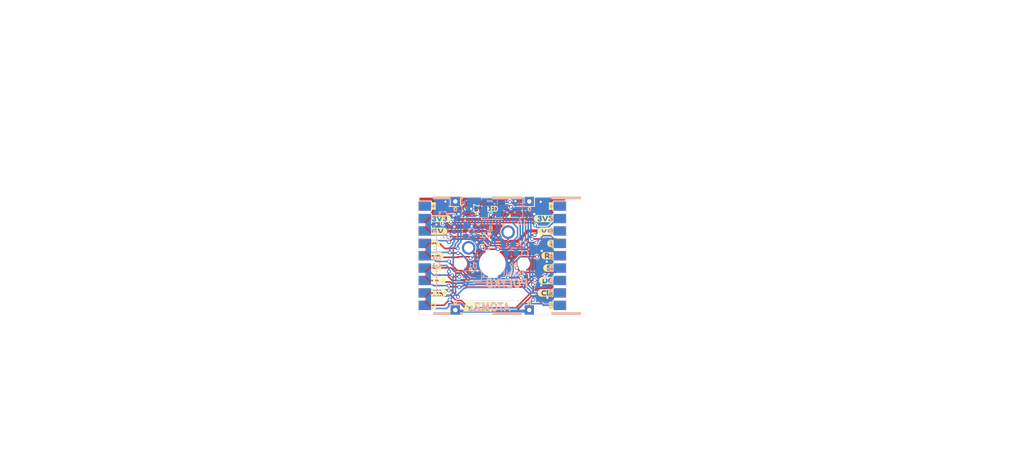
<source format=kicad_pcb>
(kicad_pcb (version 20211014) (generator pcbnew)
  (title_block (title "PolyKB Atom") (date "2022-02-01") (rev "2.1") (company "thpoll"))
  (layers (0 "F.Cu" signal) (31 "B.Cu" signal) (34 "B.Paste" user) (35 "F.Paste" user) (36 "B.SilkS" user "B.Silkscreen") (37 "F.SilkS" user "F.Silkscreen") (38 "B.Mask" user) (39 "F.Mask" user) (44 "Edge.Cuts" user))
  (net 0 "")
  (net 1 "/Keyboard/sheet605ED2EB/GND")
  (net 2 "/Keyboard/sheet605ED2EB/3V3")
  (net 3 "/Keyboard/sheet605ED2EB/4V2")
  (net 4 "Net-(C4-Pad1)")
  (net 5 "Net-(C5-Pad2)")
  (net 6 "Net-(C5-Pad1)")
  (net 7 "Net-(C6-Pad2)")
  (net 8 "Net-(C6-Pad1)")
  (net 9 "/Keyboard/sheet605ED2EB/CS")
  (net 10 "/Keyboard/sheet605ED2EB/RESET")
  (net 11 "/Keyboard/sheet605ED2EB/D-C")
  (net 12 "/Keyboard/sheet605ED2EB/SCLK")
  (net 13 "/Keyboard/sheet605ED2EB/SDIN")
  (net 14 "/Keyboard/sheet605ED2EB/LED_DIN")
  (net 15 "/Keyboard/sheet605ED2EB/5V")
  (net 16 "Net-(D1-Pad2)")
  (net 17 "/Keyboard/sheet605ED2EB/KeyRow")
  (net 18 "/Keyboard/sheet605ED2EB/KeyCol")
  (net 19 "CS8")
  (net 20 "CS7")
  (net 21 "CS6")
  (net 22 "CS5")
  (net 23 "CS4")
  (net 24 "CS3")
  (net 25 "CS2")
  (net 26 "CS1")
  (net 27 "Net-(C1-Pad1)")
  (footprint "poly_kb:AtomConnect2" (layer "F.Cu") (at 90.83675 63.6778 -90)
    (fp_text reference "J3" hide)
    (fp_text value "WestFront")
  )
  (footprint "poly_kb:AtomConnect2" (layer "F.Cu") (at 112.61725 63.6778 -90)
    (fp_text reference "J4" hide)
    (fp_text value "EastFront")
  )
  (footprint "poly_kb:WS2812B-Mini" (layer "F.Cu") (at 101.727 56.0578)
    (fp_text reference "LED1" hide)
    (fp_text value "WS2812B-Mini")
  )
  (footprint "poly_kb:SW_Cherry_MX_1.00u_PCB_NoSilk" (layer "F.Cu") (at 104.267 59.8678)
    (fp_text reference "SW1" hide)
    (fp_text value "SW_Push")
  )
  (footprint "poly_kb:TestPoin_1.5x1.5mm_Drill0.7mm" (layer "F.Cu") (at 107.696 54.9148)
    (fp_text reference "J2" hide)
    (fp_text value "North")
  )
  (footprint "poly_kb:TestPoin_1.5x1.5mm_Drill0.7mm" (layer "F.Cu") (at 95.758 54.9148)
    (fp_text reference "J8" hide)
    (fp_text value "North2")
  )
  (footprint "poly_kb:TestPoin_1.5x1.5mm_Drill0.7mm" (layer "F.Cu") (at 107.696 72.4408)
    (fp_text reference "J9" hide)
    (fp_text value "South2")
  )
  (footprint "poly_kb:TestPoin_1.5x1.5mm_Drill0.7mm" (layer "F.Cu") (at 95.758 72.4408)
    (fp_text reference "J7" hide)
    (fp_text value "South")
  )
  (footprint "kibuzzard-61EFD908" (layer "F.Cu") (at 92.23375 71.7042)
    (fp_text reference "kibuzzard-61EFD908" hide)
    (fp_text value "G***" hide)
  )
  (footprint "kibuzzard-6209FD7E" (layer "F.Cu") (at 99.552 71.9528)
    (fp_text reference "kibuzzard-6209FD7E" hide)
    (fp_text value "G***" hide)
  )
  (footprint "kibuzzard-61EFBE87" (layer "F.Cu") (at 93.65615 59.7154)
    (fp_text reference "kibuzzard-61EFBE87" hide)
    (fp_text value "G***" hide)
  )
  (footprint "kibuzzard-61EFDAC6" (layer "F.Cu") (at 111.16945 61.6966)
    (fp_text reference "kibuzzard-61EFDAC6" hide)
    (fp_text value "G***" hide)
  )
  (footprint "kibuzzard-61EFBE2C" (layer "F.Cu") (at 93.04655 67.691)
    (fp_text reference "kibuzzard-61EFBE2C" hide)
    (fp_text value "G***" hide)
  )
  (footprint "kibuzzard-61EFD947" (layer "F.Cu") (at 111.22025 55.6514)
    (fp_text reference "kibuzzard-61EFD947" hide)
    (fp_text value "G***" hide)
  )
  (footprint "kibuzzard-61EFA8F1" (layer "F.Cu") (at 110.30585 69.6722)
    (fp_text reference "kibuzzard-61EFA8F1" hide)
    (fp_text value "G***" hide)
  )
  (footprint "kibuzzard-61EFDAA0" (layer "F.Cu") (at 92.58935 61.6966)
    (fp_text reference "kibuzzard-61EFDAA0" hide)
    (fp_text value "G***" hide)
  )
  (footprint "kibuzzard-61EFD7F9" (layer "F.Cu") (at 110.76305 65.659)
    (fp_text reference "kibuzzard-61EFD7F9" hide)
    (fp_text value "G***" hide)
  )
  (footprint "kibuzzard-61EFD863" (layer "F.Cu") (at 110.00105 57.6834)
    (fp_text reference "kibuzzard-61EFD863" hide)
    (fp_text value "G***" hide)
  )
  (footprint "kibuzzard-61EFD879" (layer "F.Cu") (at 93.46275 57.6906)
    (fp_text reference "kibuzzard-61EFD879" hide)
    (fp_text value "G***" hide)
  )
  (footprint "kibuzzard-61EFD908" (layer "F.Cu") (at 111.22025 71.7042)
    (fp_text reference "kibuzzard-61EFD908" hide)
    (fp_text value "G***" hide)
  )
  (footprint "kibuzzard-61EFACF9" (layer "F.Cu") (at 109.79785 59.7154)
    (fp_text reference "kibuzzard-61EFACF9" hide)
    (fp_text value "G***" hide)
  )
  (footprint "kibuzzard-61EFDAEE" (layer "F.Cu") (at 92.872989 63.677507)
    (fp_text reference "kibuzzard-61EFDAEE" hide)
    (fp_text value "G***" hide)
  )
  (footprint "kibuzzard-61EFBE21" (layer "F.Cu") (at 92.69095 65.659)
    (fp_text reference "kibuzzard-61EFBE21" hide)
    (fp_text value "G***" hide)
  )
  (footprint "kibuzzard-61EFABBF" (layer "F.Cu") (at 110.40745 67.691)
    (fp_text reference "kibuzzard-61EFABBF" hide)
    (fp_text value "G***" hide)
  )
  (footprint "kibuzzard-61EFD947" (layer "F.Cu") (at 92.23375 55.6514)
    (fp_text reference "kibuzzard-61EFD947" hide)
    (fp_text value "G***" hide)
  )
  (footprint "Capacitor_SMD:C_0603_1608Metric" (layer "F.Cu") (at 97.7265 56.0578 -90)
    (fp_text reference "C7")
    (fp_text value "100nF")
  )
  (footprint "kibuzzard-61EFBE3D" (layer "F.Cu") (at 93.14815 69.6722)
    (fp_text reference "kibuzzard-61EFBE3D" hide)
    (fp_text value "G***" hide)
  )
  (footprint "kibuzzard-61EFAA6D" (layer "F.Cu") (at 110.61065 63.6778)
    (fp_text reference "kibuzzard-61EFAA6D" hide)
    (fp_text value "G***" hide)
  )
  (footprint "Capacitor_SMD:C_0603_1608Metric" (layer "B.Cu") (at 104.802 63.2528 180)
    (fp_text reference "C1")
    (fp_text value "2.2uF")
  )
  (footprint "Capacitor_SMD:C_0603_1608Metric" (layer "B.Cu") (at 97.409 59.8046 90)
    (fp_text reference "C2")
    (fp_text value "2.2uF")
  )
  (footprint "Capacitor_SMD:C_0402_1005Metric" (layer "B.Cu") (at 95.123 56.9468 90)
    (fp_text reference "C3" hide)
    (fp_text value "1uF")
  )
  (footprint "Capacitor_SMD:C_0603_1608Metric" (layer "B.Cu") (at 104.302 61.7528 180)
    (fp_text reference "C4")
    (fp_text value "4.7uF")
  )
  (footprint "Capacitor_SMD:C_0402_1005Metric" (layer "B.Cu") (at 99.4918 60.0176 90)
    (fp_text reference "C5")
    (fp_text value "1uF")
  )
  (footprint "Capacitor_SMD:C_0402_1005Metric" (layer "B.Cu") (at 100.457 61.3918)
    (fp_text reference "C6")
    (fp_text value "1uF")
  )
  (footprint "poly_kb:D_SOD-323Ext" (layer "B.Cu") (at 98.425 66.9528 180)
    (fp_text reference "D1")
    (fp_text value "D_Small")
  )
  (footprint "poly_kb:FPC_16_JUSHUO_AFC05_S16FIA_00" (layer "B.Cu") (at 101.727 57.9628)
    (fp_text reference "J1" hide)
    (fp_text value "Conn_01x16")
  )
  (footprint "poly_kb:AtomConnect2" (layer "B.Cu") (at 112.61725 63.6778 -90)
    (fp_text reference "J6" hide)
    (fp_text value "EastBack")
  )
  (footprint "poly_kb:AtomConnectCS" (layer "B.Cu") (at 90.83675 63.6778 -90)
    (fp_text reference "J5" hide)
    (fp_text value "WestBack")
  )
  (footprint "Resistor_SMD:R_0402_1005Metric" (layer "B.Cu") (at 95.602 60.3906 -90)
    (fp_text reference "R1")
    (fp_text value "1M")
  )
  (gr_poly (pts (xy 106.4895 73.2282) (xy 101.727 73.2282) (xy 101.727 72.7964) (xy 106.4895 72.7964)) (layer "B.SilkS") (width 0) (fill solid))
  (gr_poly (pts (xy 94.9706 54.5608) (xy 92.1766 54.5608) (xy 92.1766 54.1274) (xy 94.9706 54.1274)) (layer "B.SilkS") (width 0) (fill solid))
  (gr_poly (pts (xy 96.9645 54.5608) (xy 96.5454 54.5608) (xy 96.5454 54.1274) (xy 96.9645 54.1274)) (layer "B.SilkS") (width 0) (fill solid))
  (gr_poly (pts (xy 96.9645 73.2282) (xy 96.5454 73.2282) (xy 96.5454 72.8091) (xy 96.9645 72.8091)) (layer "B.SilkS") (width 0) (fill solid))
  (gr_poly (pts (xy 94.9706 73.2282) (xy 92.202 73.2282) (xy 92.202 72.788864) (xy 94.9706 72.788864)) (layer "B.SilkS") (width 0) (fill solid))
  (gr_line (start 111.22025 55.3466) (end 111.22025 55.7022) (layer "B.SilkS") (width 0.12))
  (gr_poly (pts (xy 116.0145 54.5608) (xy 111.252 54.5608) (xy 111.252 54.1274) (xy 116.0145 54.1274)) (layer "B.SilkS") (width 0) (fill solid))
  (gr_line (start 92.74175 63.4238) (end 92.74175 59.3598) (layer "B.SilkS") (width 0.12))
  (gr_line (start 103.502 58.4778) (end 103.502 58.9278) (layer "B.SilkS") (width 0.12))
  (gr_line (start 92.23375 66.7258) (end 92.74175 66.7258) (layer "B.SilkS") (width 0.12))
  (gr_line (start 103.327 58.7528) (end 103.677 58.7528) (layer "B.SilkS") (width 0.12))
  (gr_line (start 92.23375 55.3466) (end 92.23375 55.7022) (layer "B.SilkS") (width 0.12))
  (gr_line (start 92.74175 69.5198) (end 92.23375 70.0278) (layer "B.SilkS") (width 0.12))
  (gr_line (start 92.23375 55.7022) (end 91.97975 55.7022) (layer "B.SilkS") (width 0.12))
  (gr_line (start 99.302 58.7528) (end 99.652 58.7528) (layer "B.SilkS") (width 0.12))
  (gr_line (start 111.16945 56.007) (end 111.27105 56.007) (layer "B.SilkS") (width 0.12))
  (gr_line (start 92.23375 55.7022) (end 92.48775 55.7022) (layer "B.SilkS") (width 0.12))
  (gr_line (start 99.402 58.7028) (end 99.552 58.7028) (layer "B.SilkS") (width 0.12))
  (gr_line (start 103.427 58.7028) (end 103.577 58.7028) (layer "B.SilkS") (width 0.12))
  (gr_line (start 99.477 58.4778) (end 99.302 58.7528) (layer "B.SilkS") (width 0.12))
  (gr_line (start 103.677 58.7528) (end 103.502 58.4778) (layer "B.SilkS") (width 0.12))
  (gr_line (start 111.22025 55.7022) (end 111.47425 55.7022) (layer "B.SilkS") (width 0.12))
  (gr_line (start 111.22025 55.7022) (end 110.96625 55.7022) (layer "B.SilkS") (width 0.12))
  (gr_poly (pts (xy 106.4895 54.5608) (xy 101.727 54.5608) (xy 101.727 54.1274) (xy 106.4895 54.1274)) (layer "B.SilkS") (width 0) (fill solid))
  (gr_line (start 92.08135 55.8546) (end 92.38615 55.8546) (layer "B.SilkS") (width 0.12))
  (gr_line (start 92.23375 62.6618) (end 92.74175 62.6618) (layer "B.SilkS") (width 0.12))
  (gr_line (start 99.652 58.7528) (end 99.477 58.4778) (layer "B.SilkS") (width 0.12))
  (gr_line (start 92.74175 65.9638) (end 92.74175 69.5198) (layer "B.SilkS") (width 0.12))
  (gr_line (start 103.502 58.4778) (end 103.327 58.7528) (layer "B.SilkS") (width 0.12))
  (gr_line (start 101.477 58.6528) (end 101.477 58.4778) (layer "B.SilkS") (width 0.12))
  (gr_line (start 92.74175 59.3598) (end 92.23375 58.8518) (layer "B.SilkS") (width 0.12))
  (gr_line (start 111.06785 55.8546) (end 111.37265 55.8546) (layer "B.SilkS") (width 0.12))
  (gr_line (start 99.477 58.4778) (end 99.477 58.9278) (layer "B.SilkS") (width 0.12))
  (gr_line (start 92.18295 56.007) (end 92.28455 56.007) (layer "B.SilkS") (width 0.12))
  (gr_poly (pts (xy 116.0145 73.2282) (xy 111.252 73.2282) (xy 111.252 72.7964) (xy 116.0145 72.7964)) (layer "B.SilkS") (width 0) (fill solid))
  (gr_poly (pts (xy 106.4895 54.5608) (xy 101.727 54.5608) (xy 101.727 54.1274) (xy 106.4895 54.1274)) (layer "F.SilkS") (width 0) (fill solid))
  (gr_line (start 92.41155 59.2582) (end 92.41155 59.309) (layer "F.SilkS") (width 0.12))
  (gr_line (start 110.61065 59.2074) (end 110.61065 60.2234) (layer "F.SilkS") (width 0.135))
  (gr_line (start 111.52505 59.2074) (end 111.52505 60.2234) (layer "F.SilkS") (width 0.135))
  (gr_line (start 111.09325 59.309) (end 111.04245 59.309) (layer "F.SilkS") (width 0.12))
  (gr_line (start 111.09325 59.2582) (end 111.09325 59.309) (layer "F.SilkS") (width 0.12))
  (gr_poly (pts (xy 116.0145 54.5608) (xy 111.252 54.5608) (xy 111.252 54.1274) (xy 116.0145 54.1274)) (layer "F.SilkS") (width 0) (fill solid))
  (gr_line (start 92.66555 59.309) (end 92.66555 59.2074) (layer "F.SilkS") (width 0.12))
  (gr_line (start 110.78845 59.309) (end 110.78845 59.2074) (layer "F.SilkS") (width 0.12))
  (gr_line (start 91.92895 59.2074) (end 92.89415 59.2074) (layer "F.SilkS") (width 0.135))
  (gr_line (start 92.36075 59.309) (end 92.36075 59.2582) (layer "F.SilkS") (width 0.12))
  (gr_line (start 92.81795 59.309) (end 92.66555 59.309) (layer "F.SilkS") (width 0.12))
  (gr_line (start 92.89415 60.2234) (end 91.92895 60.2234) (layer "F.SilkS") (width 0.135))
  (gr_line (start 91.97975 59.309) (end 92.10675 59.309) (layer "F.SilkS") (width 0.12))
  (gr_poly (pts (xy 116.0145 73.2282) (xy 111.252 73.2282) (xy 111.252 72.8218) (xy 116.0145 72.8218)) (layer "F.SilkS") (width 0) (fill solid))
  (gr_line (start 110.83925 59.563) (end 111.29645 59.563) (layer "F.SilkS") (width 0.12))
  (gr_line (start 91.92895 59.2074) (end 91.92895 60.2234) (layer "F.SilkS") (width 0.135))
  (gr_line (start 111.49965 59.309) (end 111.34725 59.309) (layer "F.SilkS") (width 0.12))
  (gr_poly (pts (xy 96.9645 54.5608) (xy 96.5454 54.5608) (xy 96.5454 54.1274) (xy 96.9645 54.1274)) (layer "F.SilkS") (width 0) (fill solid))
  (gr_line (start 92.15755 59.563) (end 92.61475 59.563) (layer "F.SilkS") (width 0.12))
  (gr_line (start 92.15755 59.9694) (end 92.61475 59.9694) (layer "F.SilkS") (width 0.12))
  (gr_poly (pts (xy 94.9706 54.5608) (xy 92.1766 54.5608) (xy 92.1766 54.1274) (xy 94.9706 54.1274)) (layer "F.SilkS") (width 0) (fill solid))
  (gr_line (start 111.29645 59.7662) (end 110.83925 59.7662) (layer "F.SilkS") (width 0.12))
  (gr_line (start 111.34725 59.309) (end 111.34725 59.2074) (layer "F.SilkS") (width 0.12))
  (gr_line (start 92.41155 59.309) (end 92.36075 59.309) (layer "F.SilkS") (width 0.12))
  (gr_line (start 111.52505 60.2234) (end 110.55985 60.2234) (layer "F.SilkS") (width 0.135))
  (gr_line (start 110.66145 59.309) (end 110.78845 59.309) (layer "F.SilkS") (width 0.12))
  (gr_line (start 92.61475 59.7662) (end 92.15755 59.7662) (layer "F.SilkS") (width 0.12))
  (gr_poly (pts (xy 96.9645 73.2282) (xy 96.5454 73.2282) (xy 96.5454 72.8218) (xy 96.9645 72.8218)) (layer "F.SilkS") (width 0) (fill solid))
  (gr_line (start 92.10675 59.309) (end 92.10675 59.2074) (layer "F.SilkS") (width 0.12))
  (gr_poly (pts (xy 106.4895 73.2282) (xy 101.727 73.2282) (xy 101.727 72.8218) (xy 106.4895 72.8218)) (layer "F.SilkS") (width 0) (fill solid))
  (gr_line (start 110.83925 59.9694) (end 111.29645 59.9694) (layer "F.SilkS") (width 0.12))
  (gr_line (start 92.84335 59.2074) (end 92.84335 60.2234) (layer "F.SilkS") (width 0.135))
  (gr_line (start 111.04245 59.309) (end 111.04245 59.2582) (layer "F.SilkS") (width 0.12))
  (gr_line (start 110.55985 59.2074) (end 111.52505 59.2074) (layer "F.SilkS") (width 0.135))
  (gr_poly (pts (xy 94.9706 73.2282) (xy 92.1766 73.2282) (xy 92.1766 72.8218) (xy 94.9706 72.8218)) (layer "F.SilkS") (width 0) (fill solid))
  (gr_line (start 113.63325 54.1528) (end 89.82075 54.1528) (layer "Edge.Cuts") (width 0.05))
  (gr_line (start 89.82075 54.1528) (end 89.82075 73.2028) (layer "Edge.Cuts") (width 0.05))
  (gr_line (start 113.63325 54.1528) (end 113.63325 73.2028) (layer "Edge.Cuts") (width 0.05))
  (gr_line (start 113.63325 73.2028) (end 89.82075 73.2028) (layer "Edge.Cuts") (width 0.05))
  (gr_arc (start 105.718 69.1388) (mid 106.607 70.0278) (end 105.718 70.9168) (layer "Edge.Cuts") (width 0.05))
  (gr_line (start 105.718 69.1388) (end 97.736 69.1388) (layer "Edge.Cuts") (width 0.05))
  (gr_arc (start 97.736 70.9168) (mid 96.847 70.0278) (end 97.736 69.1388) (layer "Edge.Cuts") (width 0.05))
  (gr_line (start 105.718 70.9168) (end 97.736 70.9168) (layer "Edge.Cuts") (width 0.05))
  (gr_text "ATOM2" (at 101.7778 71.9963) (layer "B.SilkS") (effects (font (size 1.2 1.2) (thickness 0.3) italic) (justify mirror)))
  (gr_text "1" (at 111.22025 57.7088) (layer "B.SilkS") (effects (font (size 0.8 0.8) (thickness 0.153)) (justify mirror)))
  (gr_text "c" (at 95.7834 71.12) (layer "B.SilkS") (effects (font (size 0.8 0.8) (thickness 0.153)) (justify mirror)))
  (gr_text "c" (at 107.7214 71.1454) (layer "B.SilkS") (effects (font (size 0.8 0.8) (thickness 0.153)) (justify mirror)))
  (gr_text "c" (at 95.7834 56.0578) (layer "B.SilkS") (effects (font (size 0.8 0.8) (thickness 0.153)) (justify mirror)))
  (gr_text ".1" (at 98.5012 72.2503) (layer "B.SilkS") (effects (font (size 0.8 0.8) (thickness 0.153)) (justify mirror)))
  (gr_text "4" (at 111.22025 63.741299) (layer "B.SilkS") (effects (font (size 0.8 0.8) (thickness 0.153)) (justify mirror)))
  (gr_text "POLYKB" (at 104.14 68.1482) (layer "B.SilkS") (effects (font (size 1.2 1.2) (thickness 0.3) italic) (justify mirror)))
  (gr_text "." (at 100.302 66.5028) (layer "B.SilkS") (effects (font (size 1.2 1.2) (thickness 0.25)) (justify mirror)))
  (gr_text "2" (at 111.22025 59.719633) (layer "B.SilkS") (effects (font (size 0.8 0.8) (thickness 0.153)) (justify mirror)))
  (gr_text "5" (at 111.22025 65.752132) (layer "B.SilkS") (effects (font (size 0.8 0.8) (thickness 0.153)) (justify mirror)))
  (gr_text "6" (at 111.22025 67.762965) (layer "B.SilkS") (effects (font (size 0.8 0.8) (thickness 0.153)) (justify mirror)))
  (gr_text "by\nthpoll" (at 105.156 65.8368) (layer "B.SilkS") (effects (font (size 0.8 0.8)) (justify mirror)))
  (gr_text "8" (at 101.477 59.3278) (layer "B.SilkS") (effects (font (size 0.8 0.8) (thickness 0.153)) (justify mirror)))
  (gr_text "16" (at 106.527 58.2778) (layer "B.SilkS") (effects (font (size 0.8 0.8) (thickness 0.153)) (justify mirror)))
  (gr_text "C3" (at 93.752 57.0028) (layer "B.SilkS") (effects (font (size 0.8 0.8)) (justify mirror)))
  (gr_text "c" (at 107.7214 56.0578) (layer "B.SilkS") (effects (font (size 0.8 0.8) (thickness 0.153)) (justify mirror)))
  (gr_text "3" (at 111.22025 61.730466) (layer "B.SilkS") (effects (font (size 0.8 0.8) (thickness 0.153)) (justify mirror)))
  (gr_text "CS" (at 92.74175 64.6938 270) (layer "B.SilkS") (effects (font (size 1 1.2) (thickness 0.25)) (justify mirror)))
  (gr_text "." (at 97.352 57.5278) (layer "B.SilkS") (effects (font (size 1.2 1.2) (thickness 0.25)) (justify mirror)))
  (gr_text "8" (at 111.22025 71.755) (layer "B.SilkS") (effects (font (size 0.8 0.8) (thickness 0.153)) (justify mirror)))
  (gr_text "7" (at 111.22025 69.7738) (layer "B.SilkS") (effects (font (size 0.8 0.8) (thickness 0.153)) (justify mirror)))
  (gr_text "c" (at 95.7326 71.0946) (layer "F.SilkS") (effects (font (size 0.8 0.8) (thickness 0.153))))
  (gr_text "c" (at 107.7214 56.0578) (layer "F.SilkS") (effects (font (size 0.8 0.8) (thickness 0.153))))
  (gr_text "c" (at 107.6706 71.1454) (layer "F.SilkS") (effects (font (size 0.8 0.8) (thickness 0.153))))
  (gr_text "E" (at 101.727 56.134) (layer "F.SilkS") (effects (font (size 0.8 0.8))))
  (gr_text "D" (at 102.3112 56.134) (layer "F.SilkS") (effects (font (size 0.8 0.8))))
  (gr_text "L" (at 101.1428 56.134) (layer "F.SilkS") (effects (font (size 0.8 0.8))))
  (gr_text "c" (at 95.7834 56.0578) (layer "F.SilkS") (effects (font (size 0.8 0.8) (thickness 0.153))))
  (segment (start 98.407521 56.0578) (end 98.34306 56.122261) (width 0.5) (layer "F.Cu") (net 1))
  (segment (start 101.092 56.0578) (end 98.407521 56.0578) (width 0.5) (layer "F.Cu") (net 1))
  (segment (start 95.662917 58.91646) (end 95.585745 58.993632) (width 0.2921) (layer "F.Cu") (net 1))
  (segment (start 101.490858 56.0578) (end 102.581996 57.148938) (width 0.5) (layer "F.Cu") (net 1))
  (segment (start 98.405358 58.91646) (end 95.662917 58.91646) (width 0.2921) (layer "F.Cu") (net 1))
  (segment (start 102.581996 57.148938) (end 108.305862 57.148938) (width 0.5) (layer "F.Cu") (net 1))
  (segment (start 101.092 56.0578) (end 101.490858 56.0578) (width 0.5) (layer "F.Cu") (net 1))
  (segment (start 98.405358 58.91646) (end 101.21566 58.91646) (width 0.2921) (layer "F.Cu") (net 1))
  (segment (start 101.21566 58.91646) (end 102.702 60.4028) (width 0.2921) (layer "F.Cu") (net 1))
  (segment (start 97.640496 56.824825) (end 98.34306 56.122261) (width 0.5) (layer "F.Cu") (net 1))
  (segment (start 96.503206 56.824825) (end 97.640496 56.824825) (width 0.5) (layer "F.Cu") (net 1))
  (segment (start 108.305862 57.148938) (end 108.502 56.9528) (width 0.5) (layer "F.Cu") (net 1))
  (via (at 109.602 68.4528) (size 0.6096) (drill 0.3556) (layers "F.Cu" "B.Cu") (net 1))
  (via (at 99.202 61.5188) (size 0.6096) (drill 0.3556) (layers "F.Cu" "B.Cu") (net 1))
  (via (at 109.702 62.9028) (size 0.6096) (drill 0.3556) (layers "F.Cu" "B.Cu") (net 1))
  (via (at 94.177 54.9278) (size 0.6096) (drill 0.3556) (layers "F.Cu" "B.Cu") (net 1))
  (via (at 104.394 64.4652) (size 0.6096) (drill 0.3556) (layers "F.Cu" "B.Cu") (net 1))
  (via (at 110.502 64.6278) (size 0.6096) (drill 0.3556) (layers "F.Cu" "B.Cu") (net 1))
  (via (at 101.092 56.0578) (size 0.6096) (drill 0.3556) (layers "F.Cu" "B.Cu") (net 1))
  (via (at 98.405358 58.91646) (size 0.6096) (drill 0.3556) (layers "F.Cu" "B.Cu") (net 1))
  (via (at 108.502 56.9528) (size 0.8) (drill 0.4) (layers "F.Cu" "B.Cu") (net 1))
  (via (at 105.452 54.8528) (size 0.6096) (drill 0.3556) (layers "F.Cu" "B.Cu") (net 1))
  (via (at 102.702 60.4028) (size 0.6096) (drill 0.3556) (layers "F.Cu" "B.Cu") (net 1))
  (via (at 98.34306 56.122261) (size 0.6096) (drill 0.3556) (layers "F.Cu" "B.Cu") (net 1))
  (via (at 92.702 58.6528) (size 0.6096) (drill 0.3556) (layers "F.Cu" "B.Cu") (net 1))
  (via (at 95.607733 58.996357) (size 0.6096) (drill 0.3556) (layers "F.Cu" "B.Cu") (net 1))
  (via (at 96.302 56.9528) (size 0.8) (drill 0.4) (layers "F.Cu" "B.Cu") (net 1))
  (via (at 110.602 70.4528) (size 0.6096) (drill 0.3556) (layers "F.Cu" "B.Cu") (net 1))
  (via (at 99.314 66.0908) (size 0.6096) (drill 0.3556) (layers "F.Cu" "B.Cu") (net 1))
  (via (at 109.527 54.9778) (size 0.6096) (drill 0.3556) (layers "F.Cu" "B.Cu") (net 1))
  (segment (start 102.702 60.7528) (end 102.702 60.4028) (width 0.5) (layer "B.Cu") (net 1))
  (segment (start 103.527 61.6458) (end 103.527 61.5778) (width 0.5) (layer "B.Cu") (net 1))
  (segment (start 98.452 60.7838) (end 99.187 61.5188) (width 0.2921) (layer "B.Cu") (net 1))
  (segment (start 93.979 56.1848) (end 93.472 55.6778) (width 0.5) (layer "B.Cu") (net 1))
  (segment (start 96.252 57.5528) (end 96.252 57.0028) (width 0.2921) (layer "B.Cu") (net 1))
  (segment (start 112.36325 55.6778) (end 112.15825 55.6778) (width 0.5) (layer "B.Cu") (net 1))
  (segment (start 95.23199 56.1848) (end 95.863181 56.1848) (width 0.5) (layer "B.Cu") (net 1))
  (segment (start 103.527 61.5778) (end 102.702 60.7528) (width 0.5) (layer "B.Cu") (net 1))
  (segment (start 103.5242 62.681) (end 103.5242 61.6458) (width 0.5) (layer "B.Cu") (net 1))
  (segment (start 95.702 58.1028) (end 96.252 57.5528) (width 0.2921) (layer "B.Cu") (net 1))
  (segment (start 96.252 57.0028) (end 96.302 56.9528) (width 0.2921) (layer "B.Cu") (net 1))
  (segment (start 98.977 58.4778) (end 98.53834 58.91646) (width 0.2921) (layer "B.Cu") (net 1))
  (segment (start 96.302 56.623619) (end 96.302 56.9528) (width 0.5) (layer "B.Cu") (net 1))
  (segment (start 97.409 58.8388) (end 97.61881 58.8388) (width 0.2921) (layer "B.Cu") (net 1))
  (segment (start 95.23199 56.1848) (end 93.979 56.1848) (width 0.5) (layer "B.Cu") (net 1))
  (segment (start 97.977 57.9628) (end 97.977 58.48061) (width 0.2921) (layer "B.Cu") (net 1))
  (segment (start 98.452 58.963102) (end 98.452 60.7838) (width 0.2921) (layer "B.Cu") (net 1))
  (segment (start 95.23199 56.1848) (end 95.23199 56.35781) (width 0.5) (layer "B.Cu") (net 1))
  (segment (start 93.472 55.6778) (end 90.83675 55.6778) (width 0.5) (layer "B.Cu") (net 1))
  (segment (start 97.977 58.48061) (end 98.405358 58.908968) (width 0.2921) (layer "B.Cu") (net 1))
  (segment (start 95.23199 56.35781) (end 95.123 56.4668) (width 0.5) (layer "B.Cu") (net 1))
  (segment (start 98.405358 58.91646) (end 98.452 58.963102) (width 0.2921) (layer "B.Cu") (net 1))
  (segment (start 98.53834 58.91646) (end 98.405358 58.91646) (width 0.2921) (layer "B.Cu") (net 1))
  (segment (start 108.502 56.9528) (end 109.777 55.6778) (width 0.5) (layer "B.Cu") (net 1))
  (segment (start 104.013 63.1698) (end 103.5242 62.681) (width 0.5) (layer "B.Cu") (net 1))
  (segment (start 95.863181 56.1848) (end 96.302 56.623619) (width 0.5) (layer "B.Cu") (net 1))
  (segment (start 95.585745 58.993632) (end 95.702 58.877377) (width 0.2921) (layer "B.Cu") (net 1))
  (segment (start 98.405358 58.908968) (end 98.405358 58.91646) (width 0.2921) (layer "B.Cu") (net 1))
  (segment (start 97.61881 58.8388) (end 97.977 58.48061) (width 0.2921) (layer "B.Cu") (net 1))
  (segment (start 109.777 55.6778) (end 112.61725 55.6778) (width 0.5) (layer "B.Cu") (net 1))
  (segment (start 95.702 58.877377) (end 95.702 58.1028) (width 0.2921) (layer "B.Cu") (net 1))
  (segment (start 98.977 57.9628) (end 98.977 58.4778) (width 0.2921) (layer "B.Cu") (net 1))
  (segment (start 94.227 57.6778) (end 90.83675 57.6778) (width 0.5) (layer "F.Cu") (net 2))
  (segment (start 101.473 57.0738) (end 101.473 57.5818) (width 0.5) (layer "F.Cu") (net 2))
  (segment (start 101.618511 57.727311) (end 101.327489 57.727311) (width 0.5) (layer "F.Cu") (net 2))
  (segment (start 101.473 57.5818) (end 101.327489 57.727311) (width 0.5) (layer "F.Cu") (net 2))
  (segment (start 93.727 57.9778) (end 93.727 58.4778) (width 0.25) (layer "F.Cu") (net 2))
  (segment (start 95.491142 57.276002) (end 96.015989 57.800849) (width 0.5) (layer "F.Cu") (net 2))
  (segment (start 90.83675 57.6778) (end 91.204001 57.6778) (width 0.25) (layer "F.Cu") (net 2))
  (segment (start 101.473 57.5818) (end 101.618511 57.727311) (width 0.5) (layer "F.Cu") (net 2))
  (segment (start 95.491142 57.229292) (end 94.675508 57.229292) (width 0.5) (layer "F.Cu") (net 2))
  (segment (start 110.112951 57.800849) (end 110.236 57.6778) (width 0.5) (layer "F.Cu") (net 2))
  (segment (start 110.236 57.6778) (end 112.61725 57.6778) (width 0.5) (layer "F.Cu") (net 2))
  (segment (start 101.327489 57.727311) (end 101.277489 57.777311) (width 0.5) (layer "F.Cu") (net 2))
  (segment (start 94.675508 57.229292) (end 94.227 57.6778) (width 0.5) (layer "F.Cu") (net 2))
  (segment (start 95.491142 57.229292) (end 95.491142 57.276002) (width 0.5) (layer "F.Cu") (net 2))
  (segment (start 96.015989 57.800849) (end 110.112951 57.800849) (width 0.5) (layer "F.Cu") (net 2))
  (via (at 93.727 58.4778) (size 0.6096) (drill 0.3556) (layers "F.Cu" "B.Cu") (net 2))
  (via (at 101.473 57.0738) (size 0.6096) (drill 0.3556) (layers "F.Cu" "B.Cu") (net 2))
  (via (at 95.491142 57.229292) (size 0.6096) (drill 0.3556) (layers "F.Cu" "B.Cu") (net 2))
  (segment (start 95.123 57.4268) (end 95.293634 57.4268) (width 0.3) (layer "B.Cu") (net 2))
  (segment (start 95.293634 57.4268) (end 95.491142 57.229292) (width 0.3) (layer "B.Cu") (net 2))
  (segment (start 101.977 57.9628) (end 101.977 57.2778) (width 0.3) (layer "B.Cu") (net 2))
  (segment (start 95.644 59.8806) (end 94.2412 58.4778) (width 0.25) (layer "B.Cu") (net 2))
  (segment (start 94.2412 58.4778) (end 93.727 58.4778) (width 0.25) (layer "B.Cu") (net 2))
  (segment (start 101.773 57.0738) (end 101.473 57.0738) (width 0.3) (layer "B.Cu") (net 2))
  (segment (start 101.977 57.2778) (end 101.773 57.0738) (width 0.3) (layer "B.Cu") (net 2))
  (segment (start 93.281 59.7408) (end 93.218 59.6778) (width 0.5) (layer "F.Cu") (net 3))
  (segment (start 100.633388 59.7408) (end 93.281 59.7408) (width 0.5) (layer "F.Cu") (net 3))
  (segment (start 102.002089 61.109501) (end 103.258701 61.109501) (width 0.5) (layer "F.Cu") (net 3))
  (segment (start 105.780108 61.354492) (end 107.464337 59.670263) (width 0.5) (layer "F.Cu") (net 3))
  (segment (start 103.258701 61.109501) (end 103.50369 61.35449) (width 0.5) (layer "F.Cu") (net 3))
  (segment (start 97.752 59.8044) (end 97.752 60.0028) (width 0.5) (layer "F.Cu") (net 3))
  (segment (start 101.128688 60.2361) (end 100.633388 59.7408) (width 0.5) (layer "F.Cu") (net 3))
  (segment (start 103.50369 61.35449) (end 105.780108 61.354492) (width 0.5) (layer "F.Cu") (net 3))
  (segment (start 112.609713 59.670263) (end 112.61725 59.6778) (width 0.5) (layer "F.Cu") (net 3))
  (segment (start 107.464337 59.670263) (end 112.609713 59.670263) (width 0.5) (layer "F.Cu") (net 3))
  (segment (start 93.218 59.6778) (end 90.83675 59.6778) (width 0.5) (layer "F.Cu") (net 3))
  (segment (start 101.128688 60.2361) (end 102.002089 61.109501) (width 0.5) (layer "F.Cu") (net 3))
  (via (at 101.128688 60.2361) (size 0.6096) (drill 0.3556) (layers "F.Cu" "B.Cu") (net 3))
  (via (at 97.752 60.0028) (size 0.6096) (drill 0.3556) (layers "F.Cu" "B.Cu") (net 3))
  (segment (start 101.477 57.9628) (end 101.477 59.571705) (width 0.3) (layer "B.Cu") (net 3))
  (segment (start 101.128688 59.920017) (end 101.128688 60.2361) (width 0.3) (layer "B.Cu") (net 3))
  (segment (start 97.409 60.3888) (end 97.752 60.0458) (width 0.3) (layer "B.Cu") (net 3))
  (segment (start 97.752 60.0458) (end 97.752 60.0028) (width 0.3) (layer "B.Cu") (net 3))
  (segment (start 101.477 59.571705) (end 101.128688 59.920017) (width 0.3) (layer "B.Cu") (net 3))
  (segment (start 104.977 58.3486) (end 104.977 57.9628) (width 0.254) (layer "B.Cu") (net 4))
  (segment (start 105.794 60.598892) (end 105.794 59.1656) (width 0.254) (layer "B.Cu") (net 4))
  (segment (start 105.794 59.1656) (end 104.977 58.3486) (width 0.254) (layer "B.Cu") (net 4))
  (segment (start 105.296 61.096892) (end 105.794 60.598892) (width 0.254) (layer "B.Cu") (net 4))
  (segment (start 105.296 61.6458) (end 105.296 61.096892) (width 0.254) (layer "B.Cu") (net 4))
  (segment (start 99.4918 59.35762) (end 99.4918 59.5376) (width 0.254) (layer "B.Cu") (net 5))
  (segment (start 99.977 58.87242) (end 99.4918 59.35762) (width 0.254) (layer "B.Cu") (net 5))
  (segment (start 99.977 57.9628) (end 99.977 58.87242) (width 0.254) (layer "B.Cu") (net 5))
  (segment (start 99.477 58.64911) (end 98.90228 59.22383) (width 0.254) (layer "B.Cu") (net 6))
  (segment (start 98.90228 59.90808) (end 99.4918 60.4976) (width 0.254) (layer "B.Cu") (net 6))
  (segment (start 98.90228 59.22383) (end 98.90228 59.90808) (width 0.254) (layer "B.Cu") (net 6))
  (segment (start 99.477 57.9628) (end 99.477 58.64911) (width 0.254) (layer "B.Cu") (net 6))
  (segment (start 100.544987 60.999787) (end 100.937 61.3918) (width 0.254) (layer "B.Cu") (net 7))
  (segment (start 100.977 57.9628) (end 100.977 59.3826) (width 0.254) (layer "B.Cu") (net 7))
  (segment (start 100.977 59.3826) (end 100.544987 59.814613) (width 0.254) (layer "B.Cu") (net 7))
  (segment (start 100.544987 59.814613) (end 100.544987 60.999787) (width 0.254) (layer "B.Cu") (net 7))
  (segment (start 100.437099 59.070541) (end 100.12752 59.38012) (width 0.254) (layer "B.Cu") (net 8))
  (segment (start 100.477 57.9628) (end 100.437099 58.002701) (width 0.254) (layer "B.Cu") (net 8))
  (segment (start 100.12752 61.24128) (end 99.977 61.3918) (width 0.254) (layer "B.Cu") (net 8))
  (segment (start 100.12752 59.38012) (end 100.12752 61.24128) (width 0.254) (layer "B.Cu") (net 8))
  (segment (start 100.437099 58.002701) (end 100.437099 59.070541) (width 0.254) (layer "B.Cu") (net 8))
  (segment (start 96.202 63.2528) (end 94.952 63.2528) (width 0.254) (layer "F.Cu") (net 9))
  (segment (start 94.952 63.2528) (end 94.852 63.1528) (width 0.254) (layer "F.Cu") (net 9))
  (segment (start 95.458198 67.059304) (end 95.251694 66.8528) (width 0.254) (layer "F.Cu") (net 9))
  (segment (start 96.419094 67.059304) (end 95.458198 67.059304) (width 0.254) (layer "F.Cu") (net 9))
  (via (at 96.202 63.2528) (size 0.6096) (drill 0.3556) (layers "F.Cu" "B.Cu") (net 9))
  (via (at 95.251694 66.8528) (size 0.6096) (drill 0.3556) (layers "F.Cu" "B.Cu") (net 9))
  (via (at 94.852 63.1528) (size 0.6096) (drill 0.3556) (layers "F.Cu" "B.Cu") (net 9))
  (via (at 96.419094 67.059304) (size 0.6096) (drill 0.3556) (layers "F.Cu" "B.Cu") (net 9))
  (segment (start 94.852 63.1528) (end 94.835 63.1698) (width 0.254) (layer "B.Cu") (net 9))
  (segment (start 95.385701 69.594578) (end 95.214739 69.765539) (width 0.254) (layer "B.Cu") (net 9))
  (segment (start 95.340179 61.913081) (end 94.852 62.40126) (width 0.254) (layer "B.Cu") (net 9))
  (segment (start 98.53829 64.6938) (end 97.79 64.6938) (width 0.254) (layer "B.Cu") (net 9))
  (segment (start 95.25 66.872615) (end 95.385701 67.008316) (width 0.254) (layer "B.Cu") (net 9))
  (segment (start 95.602 60.9006) (end 95.602 61.354713) (width 0.254) (layer "B.Cu") (net 9))
  (segment (start 97.79 64.6938) (end 97.79 65.4812) (width 0.254) (layer "B.Cu") (net 9))
  (segment (start 91.86175 69.9028) (end 91.58675 70.1778) (width 0.254) (layer "B.Cu") (net 9))
  (segment (start 102.477 59.178277) (end 101.712388 59.942889) (width 0.254) (layer "B.Cu") (net 9))
  (segment (start 98.043873 64.6938) (end 96.602873 63.2528) (width 0.254) (layer "B.Cu") (net 9))
  (segment (start 97.060251 66.210949) (end 96.698651 66.210949) (width 0.254) (layer "B.Cu") (net 9))
  (segment (start 97.79 65.4812) (end 97.060251 66.210949) (width 0.254) (layer "B.Cu") (net 9))
  (segment (start 95.214739 69.765539) (end 95.077479 69.9028) (width 0.254) (layer "B.Cu") (net 9))
  (segment (start 91.58675 70.1778) (end 94.802478 70.1778) (width 0.254) (layer "B.Cu") (net 9))
  (segment (start 101.712388 59.942889) (end 101.712388 61.519702) (width 0.254) (layer "B.Cu") (net 9))
  (segment (start 95.340179 61.616532) (end 95.340179 61.913081) (width 0.254) (layer "B.Cu") (net 9))
  (segment (start 95.25 66.8528) (end 95.251694 66.8528) (width 0.254) (layer "B.Cu") (net 9))
  (segment (start 91.58675 63.1698) (end 91.58675 62.1778) (width 0.254) (layer "B.Cu") (net 9))
  (segment (start 91.58675 59.0813) (end 92.23325 59.7278) (width 0.25) (layer "B.Cu") (net 9))
  (segment (start 92.23325 59.7278) (end 94.546658 59.7278) (width 0.25) (layer "B.Cu") (net 9))
  (segment (start 95.602 60.783142) (end 95.602 60.9006) (width 0.25) (layer "B.Cu") (net 9))
  (segment (start 94.852 63.1528) (end 91.58675 63.1528) (width 0.254) (layer "B.Cu") (net 9))
  (segment (start 96.698651 66.210949) (end 96.419094 66.490506) (width 0.254) (layer "B.Cu") (net 9))
  (segment (start 94.546658 59.7278) (end 95.602 60.783142) (width 0.25) (layer "B.Cu") (net 9))
  (segment (start 92.21175 66.8028) (end 95.201694 66.8028) (width 0.254) (layer "B.Cu") (net 9))
  (segment (start 94.852 62.40126) (end 94.852 63.1528) (width 0.254) (layer "B.Cu") (net 9))
  (segment (start 95.201694 66.8028) (end 95.251694 66.8528) (width 0.254) (layer "B.Cu") (net 9))
  (segment (start 96.602873 63.2528) (end 96.202 63.2528) (width 0.254) (layer "B.Cu") (net 9))
  (segment (start 95.385701 67.008316) (end 95.385701 69.594578) (width 0.254) (layer "B.Cu") (net 9))
  (segment (start 94.802478 70.1778) (end 95.214739 69.765539) (width 0.254) (layer "B.Cu") (net 9))
  (segment (start 91.58675 58.1778) (end 91.58675 59.0813) (width 0.25) (layer "B.Cu") (net 9))
  (segment (start 101.712388 61.519702) (end 98.53829 64.6938) (width 0.254) (layer "B.Cu") (net 9))
  (segment (start 91.58675 66.1778) (end 92.21175 66.8028) (width 0.254) (layer "B.Cu") (net 9))
  (segment (start 102.477 57.9628) (end 102.477 59.178277) (width 0.254) (layer "B.Cu") (net 9))
  (segment (start 96.419094 66.490506) (end 96.419094 67.059304) (width 0.254) (layer "B.Cu") (net 9))
  (segment (start 91.58675 63.1528) (end 91.58675 62.1778) (width 0.254) (layer "B.Cu") (net 9))
  (segment (start 95.602 61.354713) (end 95.340179 61.616532) (width 0.254) (layer "B.Cu") (net 9))
  (segment (start 90.83675 63.6778) (end 93.218 63.6778) (width 0.25) (layer "F.Cu") (net 10))
  (segment (start 107.852 62.1028) (end 107.326777 62.628023) (width 0.254) (layer "F.Cu") (net 10))
  (segment (start 98.2225 64.0461) (end 98.017679 63.841279) (width 0.254) (layer "F.Cu") (net 10))
  (segment (start 96.098809 63.931133) (end 93.471333 63.931133) (width 0.254) (layer "F.Cu") (net 10))
  (segment (start 93.471333 63.931133) (end 93.218 63.6778) (width 0.254) (layer "F.Cu") (net 10))
  (segment (start 107.326777 62.628023) (end 102.628242 62.628023) (width 0.254) (layer "F.Cu") (net 10))
  (segment (start 100.474023 62.628023) (end 102.628242 62.628023) (width 0.254) (layer "F.Cu") (net 10))
  (segment (start 100.0506 62.2046) (end 100.474023 62.628023) (width 0.254) (layer "F.Cu") (net 10))
  (segment (start 112.227 63.6778) (end 110.652 62.1028) (width 0.254) (layer "F.Cu") (net 10))
  (segment (start 110.652 62.1028) (end 107.852 62.1028) (width 0.254) (layer "F.Cu") (net 10))
  (segment (start 112.61725 63.6778) (end 112.227 63.6778) (width 0.254) (layer "F.Cu") (net 10))
  (segment (start 98.017679 63.841279) (end 96.188663 63.841279) (width 0.254) (layer "F.Cu") (net 10))
  (segment (start 96.188663 63.841279) (end 96.098809 63.931133) (width 0.254) (layer "F.Cu") (net 10))
  (via (at 98.2225 64.0461) (size 0.6096) (drill 0.3556) (layers "F.Cu" "B.Cu") (net 10))
  (via (at 102.628242 62.628023) (size 0.6096) (drill 0.3556) (layers "F.Cu" "B.Cu") (net 10))
  (via (at 100.0506 62.2046) (size 0.6096) (drill 0.3556) (layers "F.Cu" "B.Cu") (net 10))
  (segment (start 102.118299 62.11808) (end 102.628242 62.628023) (width 0.254) (layer "B.Cu") (net 10))
  (segment (start 100.0506 62.44808) (end 98.45258 64.0461) (width 0.254) (layer "B.Cu") (net 10))
  (segment (start 102.118299 60.111022) (end 102.118299 62.11808) (width 0.254) (layer "B.Cu") (net 10))
  (segment (start 102.977 57.9628) (end 102.977 59.252321) (width 0.254) (layer "B.Cu") (net 10))
  (segment (start 102.977 59.252321) (end 102.118299 60.111022) (width 0.254) (layer "B.Cu") (net 10))
  (segment (start 98.45258 64.0461) (end 98.2225 64.0461) (width 0.254) (layer "B.Cu") (net 10))
  (segment (start 100.0506 62.2046) (end 100.0506 62.44808) (width 0.254) (layer "B.Cu") (net 10))
  (segment (start 97.084152 68.121612) (end 95.146291 68.121612) (width 0.254) (layer "F.Cu") (net 11))
  (segment (start 107.033982 68.7324) (end 97.69494 68.7324) (width 0.254) (layer "F.Cu") (net 11))
  (segment (start 108.565086 67.632351) (end 108.610535 67.6778) (width 0.25) (layer "F.Cu") (net 11))
  (segment (start 95.146291 68.121612) (end 94.943778 67.919099) (width 0.254) (layer "F.Cu") (net 11))
  (segment (start 93.472 67.6778) (end 90.83675 67.6778) (width 0.254) (layer "F.Cu") (net 11))
  (segment (start 108.134035 67.632347) (end 107.033982 68.7324) (width 0.254) (layer "F.Cu") (net 11))
  (segment (start 108.565087 67.632347) (end 108.134035 67.632347) (width 0.254) (layer "F.Cu") (net 11))
  (segment (start 97.69494 68.7324) (end 97.084152 68.121612) (width 0.254) (layer "F.Cu") (net 11))
  (segment (start 93.713299 67.919099) (end 93.472 67.6778) (width 0.254) (layer "F.Cu") (net 11))
  (segment (start 108.61054 67.6778) (end 108.565087 67.632347) (width 0.254) (layer "F.Cu") (net 11))
  (segment (start 94.943778 67.919099) (end 93.713299 67.919099) (width 0.254) (layer "F.Cu") (net 11))
  (segment (start 108.610535 67.6778) (end 112.61725 67.6778) (width 0.25) (layer "F.Cu") (net 11))
  (via (at 108.565086 67.632351) (size 0.6096) (drill 0.3556) (layers "F.Cu" "B.Cu") (net 11))
  (segment (start 108.245644 67.312904) (end 108.565087 67.632347) (width 0.254) (layer "B.Cu") (net 11))
  (segment (start 103.477 56.8478) (end 103.886 56.4388) (width 0.254) (layer "B.Cu") (net 11))
  (segment (start 107.512044 61.310528) (end 107.384044 61.438528) (width 0.254) (layer "B.Cu") (net 11))
  (segment (start 108.213588 66.728595) (end 108.245644 66.760651) (width 0.254) (layer "B.Cu") (net 11))
  (segment (start 107.384044 57.603518) (end 107.512044 57.731518) (width 0.254) (layer "B.Cu") (net 11))
  (segment (start 103.477 57.9628) (end 103.477 56.8478) (width 0.254) (layer "B.Cu") (net 11))
  (segment (start 103.886 56.4388) (end 106.220738 56.4388) (width 0.254) (layer "B.Cu") (net 11))
  (segment (start 107.384044 61.438528) (end 107.384044 63.198224) (width 0.254) (layer "B.Cu") (net 11))
  (segment (start 106.220738 56.4388) (end 107.384044 57.602107) (width 0.254) (layer "B.Cu") (net 11))
  (segment (start 108.213588 66.153432) (end 108.213588 66.728595) (width 0.254) (layer "B.Cu") (net 11))
  (segment (start 107.512044 57.731518) (end 107.512044 61.310528) (width 0.254) (layer "B.Cu") (net 11))
  (segment (start 108.473511 64.287691) (end 108.473511 65.893509) (width 0.254) (layer "B.Cu") (net 11))
  (segment (start 107.384044 63.198224) (end 108.473511 64.287691) (width 0.254) (layer "B.Cu") (net 11))
  (segment (start 108.473511 65.893509) (end 108.213588 66.153432) (width 0.254) (layer "B.Cu") (net 11))
  (segment (start 107.384044 57.602107) (end 107.384044 57.603518) (width 0.254) (layer "B.Cu") (net 11))
  (segment (start 108.245644 66.760651) (end 108.245644 67.312904) (width 0.254) (layer "B.Cu") (net 11))
  (segment (start 112.14575 69.6778) (end 112.61725 69.6778) (width 0.254) (layer "F.Cu") (net 12))
  (segment (start 112.354228 69.6778) (end 112.61725 69.6778) (width 0.254) (layer "F.Cu") (net 12))
  (segment (start 110.252 71.1028) (end 110.929228 71.1028) (width 0.254) (layer "F.Cu") (net 12))
  (segment (start 105.521445 72.0852) (end 107.928845 69.6778) (width 0.254) (layer "F.Cu") (net 12))
  (segment (start 108.302 69.6028) (end 108.302 68.364033) (width 0.254) (layer "F.Cu") (net 12))
  (segment (start 96.716344 70.8921) (end 97.909444 72.0852) (width 0.254) (layer "F.Cu") (net 12))
  (segment (start 107.928845 69.6778) (end 108.827 69.6778) (width 0.254) (layer "F.Cu") (net 12))
  (segment (start 90.83675 69.6778) (end 93.472 69.6778) (width 0.254) (layer "F.Cu") (net 12))
  (segment (start 93.863299 70.069099) (end 95.043778 70.069099) (width 0.254) (layer "F.Cu") (net 12))
  (segment (start 108.302 68.364033) (end 108.277757 68.33979) (width 0.254) (layer "F.Cu") (net 12))
  (segment (start 95.043778 70.069099) (end 95.866779 70.8921) (width 0.254) (layer "F.Cu") (net 12))
  (segment (start 108.827 69.6778) (end 110.252 71.1028) (width 0.254) (layer "F.Cu") (net 12))
  (segment (start 93.472 69.6778) (end 93.863299 70.069099) (width 0.254) (layer "F.Cu") (net 12))
  (segment (start 95.866779 70.8921) (end 96.716344 70.8921) (width 0.254) (layer "F.Cu") (net 12))
  (segment (start 110.929228 71.1028) (end 112.354228 69.6778) (width 0.254) (layer "F.Cu") (net 12))
  (segment (start 97.909444 72.0852) (end 105.521445 72.0852) (width 0.254) (layer "F.Cu") (net 12))
  (via (at 108.277762 68.339792) (size 0.6096) (drill 0.3556) (layers "F.Cu" "B.Cu") (net 12))
  (segment (start 106.954033 57.780223) (end 106.954033 57.780927) (width 0.254) (layer "B.Cu") (net 12))
  (segment (start 108.044 64.4656) (end 108.044 65.7156) (width 0.254) (layer "B.Cu") (net 12))
  (segment (start 108.044 65.7156) (end 107.784067 65.975533) (width 0.254) (layer "B.Cu") (net 12))
  (segment (start 107.816133 66.93856) (end 107.816133 67.709719) (width 0.254) (layer "B.Cu") (net 12))
  (segment (start 107.784067 65.975533) (end 107.784067 66.906494) (width 0.254) (layer "B.Cu") (net 12))
  (segment (start 106.954033 63.375633) (end 108.044 64.4656) (width 0.254) (layer "B.Cu") (net 12))
  (segment (start 106.042624 56.868811) (end 106.954033 57.780223) (width 0.254) (layer "B.Cu") (net 12))
  (segment (start 106.954033 57.780927) (end 107.082533 57.909427) (width 0.254) (layer "B.Cu") (net 12))
  (segment (start 107.082533 57.909427) (end 107.082533 61.132619) (width 0.254) (layer "B.Cu") (net 12))
  (segment (start 104.344989 56.868811) (end 106.042624 56.868811) (width 0.254) (layer "B.Cu") (net 12))
  (segment (start 106.954033 61.261119) (end 106.954033 63.375633) (width 0.254) (layer "B.Cu") (net 12))
  (segment (start 107.816133 67.709719) (end 108.277757 68.171343) (width 0.254) (layer "B.Cu") (net 12))
  (segment (start 108.277757 68.171343) (end 108.277757 68.33979) (width 0.254) (layer "B.Cu") (net 12))
  (segment (start 107.082533 61.132619) (end 106.954033 61.261119) (width 0.254) (layer "B.Cu") (net 12))
  (segment (start 107.784067 66.906494) (end 107.816133 66.93856) (width 0.254) (layer "B.Cu") (net 12))
  (segment (start 103.977 57.2368) (end 104.344989 56.868811) (width 0.254) (layer "B.Cu") (net 12))
  (segment (start 103.977 57.9628) (end 103.977 57.2368) (width 0.254) (layer "B.Cu") (net 12))
  (segment (start 95.926483 66.507812) (end 95.051669 65.632998) (width 0.254) (layer "F.Cu") (net 13))
  (segment (start 107.170429 67.282095) (end 106.579146 67.873378) (width 0.254) (layer "F.Cu") (net 13))
  (segment (start 97.002795 66.825415) (end 97.002795 66.817526) (width 0.254) (layer "F.Cu") (net 13))
  (segment (start 96.660872 66.475603) (end 96.177316 66.475603) (width 0.254) (layer "F.Cu") (net 13))
  (segment (start 93.516802 65.632998) (end 93.472 65.6778) (width 0.254) (layer "F.Cu") (net 13))
  (segment (start 96.145107 66.507812) (end 95.926483 66.507812) (width 0.254) (layer "F.Cu") (net 13))
  (segment (start 95.051669 65.632998) (end 93.516802 65.632998) (width 0.254) (layer "F.Cu") (net 13))
  (segment (start 106.362651 66.352629) (end 105.6641 65.654078) (width 0.254) (layer "F.Cu") (net 13))
  (segment (start 98.050758 67.873378) (end 97.002795 66.825415) (width 0.254) (layer "F.Cu") (net 13))
  (segment (start 96.177316 66.475603) (end 96.145107 66.507812) (width 0.254) (layer "F.Cu") (net 13))
  (segment (start 106.579146 67.873378) (end 98.050758 67.873378) (width 0.254) (layer "F.Cu") (net 13))
  (segment (start 97.002795 66.817526) (end 96.660872 66.475603) (width 0.254) (layer "F.Cu") (net 13))
  (segment (start 107.170429 66.352629) (end 111.942421 66.352629) (width 0.254) (layer "F.Cu") (net 13))
  (segment (start 107.170429 66.352629) (end 107.170429 67.282095) (width 0.254) (layer "F.Cu") (net 13))
  (segment (start 93.472 65.6778) (end 90.83675 65.6778) (width 0.254) (layer "F.Cu") (net 13))
  (segment (start 107.170429 66.352629) (end 106.362651 66.352629) (width 0.254) (layer "F.Cu") (net 13))
  (segment (start 111.942421 66.352629) (end 112.61725 65.6778) (width 0.254) (layer "F.Cu") (net 13))
  (via (at 105.664102 65.654072) (size 0.6096) (drill 0.3556) (layers "F.Cu" "B.Cu") (net 13))
  (segment (start 106.653022 58.087336) (end 106.653022 60.95471) (width 0.254) (layer "B.Cu") (net 13))
  (segment (start 106.524022 61.08371) (end 106.524022 63.567277) (width 0.254) (layer "B.Cu") (net 13))
  (segment (start 106.653022 60.95471) (end 106.524022 61.08371) (width 0.254) (layer "B.Cu") (net 13))
  (segment (start 106.524022 63.567277) (end 105.6641 64.427199) (width 0.254) (layer "B.Cu") (net 13))
  (segment (start 104.477 57.483798) (end 104.661976 57.298822) (width 0.254) (layer "B.Cu") (net 13))
  (segment (start 105.864508 57.298822) (end 106.653022 58.087336) (width 0.254) (layer "B.Cu") (net 13))
  (segment (start 104.477 57.9628) (end 104.477 57.483798) (width 0.254) (layer "B.Cu") (net 13))
  (segment (start 104.661976 57.298822) (end 105.864508 57.298822) (width 0.254) (layer "B.Cu") (net 13))
  (segment (start 105.6641 64.427199) (end 105.6641 65.654078) (width 0.254) (layer "B.Cu") (net 13))
  (segment (start 99.352 56.9528) (end 100.257 56.9528) (width 0.254) (layer "F.Cu") (net 14))
  (segment (start 111.91965 60.9802) (end 108.150719 60.9802) (width 0.254) (layer "F.Cu") (net 14))
  (segment (start 93.218 61.6778) (end 90.83675 61.6778) (width 0.254) (layer "F.Cu") (net 14))
  (segment (start 104.387994 55.566978) (end 104.611342 55.790326) (width 0.254) (layer "F.Cu") (net 14))
  (segment (start 104.611342 55.790326) (end 104.73857 55.790326) (width 0.254) (layer "F.Cu") (net 14))
  (segment (start 112.61725 61.6778) (end 111.91965 60.9802) (width 0.254) (layer "F.Cu") (net 14))
  (segment (start 96.160345 62.492438) (end 94.032638 62.492438) (width 0.254) (layer "F.Cu") (net 14))
  (segment (start 100.257 56.9528) (end 100.262 56.9478) (width 0.254) (layer "F.Cu") (net 14))
  (segment (start 103.491178 55.566978) (end 104.387994 55.566978) (width 0.254) (layer "F.Cu") (net 14))
  (segment (start 103.092 55.1678) (end 103.491178 55.566978) (width 0.254) (layer "F.Cu") (net 14))
  (segment (start 94.032638 62.492438) (end 93.218 61.6778) (width 0.254) (layer "F.Cu") (net 14))
  (via (at 99.352 56.9528) (size 0.6096) (drill 0.3556) (layers "F.Cu" "B.Cu") (net 14))
  (via (at 104.73857 55.790326) (size 0.6096) (drill 0.3556) (layers "F.Cu" "B.Cu") (net 14))
  (via (at 108.150719 60.9802) (size 0.6096) (drill 0.3556) (layers "F.Cu" "B.Cu") (net 14))
  (via (at 96.160345 62.492438) (size 0.6096) (drill 0.3556) (layers "F.Cu" "B.Cu") (net 14))
  (segment (start 96.160345 61.944455) (end 96.160345 62.492438) (width 0.254) (layer "B.Cu") (net 14))
  (segment (start 96.65448 58.404821) (end 96.65448 61.45032) (width 0.254) (layer "B.Cu") (net 14))
  (segment (start 97.772189 57.287111) (end 96.65448 58.404821) (width 0.254) (layer "B.Cu") (net 14))
  (segment (start 107.941555 60.771036) (end 108.150719 60.9802) (width 0.254) (layer "B.Cu") (net 14))
  (segment (start 99.017689 57.287111) (end 97.772189 57.287111) (width 0.254) (layer "B.Cu") (net 14))
  (segment (start 107.941555 57.551491) (end 107.941555 60.771036) (width 0.254) (layer "B.Cu") (net 14))
  (segment (start 106.398853 56.008789) (end 107.941555 57.551491) (width 0.254) (layer "B.Cu") (net 14))
  (segment (start 104.957033 56.008789) (end 106.398853 56.008789) (width 0.254) (layer "B.Cu") (net 14))
  (segment (start 104.73857 55.790326) (end 104.957033 56.008789) (width 0.254) (layer "B.Cu") (net 14))
  (segment (start 96.65448 61.45032) (end 96.160345 61.944455) (width 0.254) (layer "B.Cu") (net 14))
  (segment (start 99.352 56.9528) (end 99.017689 57.287111) (width 0.254) (layer "B.Cu") (net 14))
  (segment (start 93.399178 55.6778) (end 93.788089 56.066711) (width 0.5) (layer "F.Cu") (net 15))
  (segment (start 110.236 55.6778) (end 112.61725 55.6778) (width 0.5) (layer "F.Cu") (net 15))
  (segment (start 97.787 55.1678) (end 101.5228 55.1678) (width 0.5) (layer "F.Cu") (net 15))
  (segment (start 96.888089 56.066711) (end 97.787 55.1678) (width 0.5) (layer "F.Cu") (net 15))
  (segment (start 105.461612 56.066711) (end 109.847089 56.066711) (width 0.5) (layer "F.Cu") (net 15))
  (segment (start 101.5228 55.1678) (end 102.450889 56.095889) (width 0.5) (layer "F.Cu") (net 15))
  (segment (start 104.445844 56.497027) (end 105.031296 56.497027) (width 0.5) (layer "F.Cu") (net 15))
  (segment (start 109.847089 56.066711) (end 110.236 55.6778) (width 0.5) (layer "F.Cu") (net 15))
  (segment (start 104.044706 56.095889) (end 104.445844 56.497027) (width 0.5) (layer "F.Cu") (net 15))
  (segment (start 93.399178 55.6778) (end 90.83675 55.6778) (width 0.5) (layer "F.Cu") (net 15))
  (segment (start 102.450889 56.095889) (end 104.044706 56.095889) (width 0.5) (layer "F.Cu") (net 15))
  (segment (start 93.788089 56.066711) (end 96.888089 56.066711) (width 0.5) (layer "F.Cu") (net 15))
  (segment (start 105.031296 56.497027) (end 105.461612 56.066711) (width 0.5) (layer "F.Cu") (net 15))
  (segment (start 99.016999 63.507799) (end 99.016999 65.422601) (width 0.4) (layer "F.Cu") (net 16))
  (segment (start 97.917 62.4078) (end 99.016999 63.507799) (width 0.4) (layer "F.Cu") (net 16))
  (segment (start 99.016999 65.422601) (end 98.3996 66.04) (width 0.4) (layer "F.Cu") (net 16))
  (via (at 98.3996 66.04) (size 0.6096) (drill 0.3556) (layers "F.Cu" "B.Cu") (net 16))
  (segment (start 98.3996 66.1162) (end 98.3996 66.04) (width 0.4) (layer "B.Cu") (net 16))
  (segment (start 97.536 66.9798) (end 98.3996 66.1162) (width 0.4) (layer "B.Cu") (net 16))
  (segment (start 97.325 66.9798) (end 97.536 66.9798) (width 0.25) (layer "B.Cu") (net 16))
  (segment (start 108.009067 70.204998) (end 108.561832 70.204998) (width 0.254) (layer "F.Cu") (net 17))
  (segment (start 93.927 71.6778) (end 90.83675 71.6778) (width 0.254) (layer "F.Cu") (net 17))
  (segment (start 97.730756 72.514711) (end 105.699354 72.514711) (width 0.254) (layer "F.Cu") (net 17))
  (segment (start 94.852 70.7528) (end 93.927 71.6778) (width 0.254) (layer "F.Cu") (net 17))
  (segment (start 112.59225 71.6528) (end 112.61725 71.6778) (width 0.254) (layer "F.Cu") (net 17))
  (segment (start 96.531843 71.315798) (end 97.730756 72.514711) (width 0.254) (layer "F.Cu") (net 17))
  (segment (start 95.414998 71.315798) (end 96.531843 71.315798) (width 0.254) (layer "F.Cu") (net 17))
  (segment (start 105.699354 72.514711) (end 108.009067 70.204998) (width 0.254) (layer "F.Cu") (net 17))
  (segment (start 108.561832 70.204998) (end 110.009634 71.6528) (width 0.254) (layer "F.Cu") (net 17))
  (segment (start 94.852 70.7528) (end 95.414998 71.315798) (width 0.254) (layer "F.Cu") (net 17))
  (segment (start 110.009634 71.6528) (end 112.59225 71.6528) (width 0.254) (layer "F.Cu") (net 17))
  (segment (start 91.09075 71.6778) (end 91.54575 71.6778) (width 0.254) (layer "F.Cu") (net 17))
  (via (at 94.852 70.7528) (size 0.6096) (drill 0.3556) (layers "F.Cu" "B.Cu") (net 17))
  (segment (start 96.80884 68.057836) (end 96.810239 68.056437) (width 0.254) (layer "B.Cu") (net 17))
  (segment (start 96.810239 68.056437) (end 96.998363 68.056437) (width 0.254) (layer "B.Cu") (net 17))
  (segment (start 95.798 69.8568) (end 95.052 70.6028) (width 0.254) (layer "B.Cu") (net 17))
  (segment (start 104.267 62.21105) (end 104.267 59.8678) (width 0.254) (layer "B.Cu") (net 17))
  (segment (start 95.802 69.8568) (end 95.798 69.8568) (width 0.254) (layer "B.Cu") (net 17))
  (segment (start 95.052 70.6028) (end 94.902 70.7528) (width 0.254) (layer "B.Cu") (net 17))
  (segment (start 104.802 62.74605) (end 104.267 62.21105) (width 0.254) (layer "B.Cu") (net 17))
  (segment (start 104.852993 67.45035) (end 104.85404 67.449303) (width 0.254) (layer "B.Cu") (net 17))
  (segment (start 105.0798 66.4718) (end 105.0798 64.209349) (width 0.254) (layer "B.Cu") (net 17))
  (segment (start 98.657622 67.797178) (end 104.56913 67.797178) (width 0.254) (layer "B.Cu") (net 17))
  (segment (start 94.902 70.7528) (end 94.852 70.7528) (width 0.254) (layer "B.Cu") (net 17))
  (segment (start 104.56913 67.797178) (end 104.851802 67.514506) (width 0.254) (layer "B.Cu") (net 17))
  (segment (start 104.85404 67.449303) (end 104.85404 66.69756) (width 0.254) (layer "B.Cu") (net 17))
  (segment (start 104.852993 67.469713) (end 104.852993 67.45035) (width 0.254) (layer "B.Cu") (net 17))
  (segment (start 104.85404 66.69756) (end 105.0798 66.4718) (width 0.254) (layer "B.Cu") (net 17))
  (segment (start 96.59206 68.057836) (end 96.80884 68.057836) (width 0.254) (layer "B.Cu") (net 17))
  (segment (start 96.998363 68.056437) (end 97.002 68.0528) (width 0.254) (layer "B.Cu") (net 17))
  (segment (start 95.802 69.8568) (end 95.802 68.382863) (width 0.254) (layer "B.Cu") (net 17))
  (segment (start 97.098363 68.056437) (end 97.202 67.9528) (width 0.254) (layer "B.Cu") (net 17))
  (segment (start 96.126529 68.058334) (end 96.255295 68.058333) (width 0.254) (layer "B.Cu") (net 17))
  (segment (start 96.255295 68.058333) (end 96.591563 68.058333) (width 0.254) (layer "B.Cu") (net 17))
  (segment (start 104.802 63.931549) (end 104.802 62.74605) (width 0.254) (layer "B.Cu") (net 17))
  (segment (start 96.998363 68.056437) (end 97.098363 68.056437) (width 0.254) (layer "B.Cu") (net 17))
  (segment (start 98.502 67.9528) (end 98.657622 67.797178) (width 0.254) (layer "B.Cu") (net 17))
  (segment (start 104.851802 67.470904) (end 104.852993 67.469713) (width 0.254) (layer "B.Cu") (net 17))
  (segment (start 95.802 68.382863) (end 96.126529 68.058334) (width 0.254) (layer "B.Cu") (net 17))
  (segment (start 105.0798 64.209349) (end 104.802 63.931549) (width 0.254) (layer "B.Cu") (net 17))
  (segment (start 96.591563 68.058333) (end 96.59206 68.057836) (width 0.254) (layer "B.Cu") (net 17))
  (segment (start 104.851802 67.514506) (end 104.851802 67.470904) (width 0.254) (layer "B.Cu") (net 17))
  (segment (start 97.202 67.9528) (end 98.502 67.9528) (width 0.254) (layer "B.Cu") (net 17))
  (segment (start 105.210222 55.436501) (end 104.781729 55.008008) (width 0.254) (layer "F.Cu") (net 18))
  (segment (start 107.696 71.4248) (end 108.331 70.7898) (width 0.254) (layer "F.Cu") (net 18))
  (segment (start 107.174299 55.436501) (end 105.210222 55.436501) (width 0.254) (layer "F.Cu") (net 18))
  (segment (start 107.696 54.9148) (end 107.174299 55.436501) (width 0.254) (layer "F.Cu") (net 18))
  (segment (start 106.263813 67.2085) (end 104.269739 67.2085) (width 0.254) (layer "F.Cu") (net 18))
  (segment (start 104.781729 55.008008) (end 104.556099 55.008008) (width 0.254) (layer "F.Cu") (net 18))
  (segment (start 106.340755 67.285442) (end 106.263813 67.2085) (width 0.254) (layer "F.Cu") (net 18))
  (segment (start 107.696 72.4408) (end 107.696 71.4248) (width 0.254) (layer "F.Cu") (net 18))
  (via (at 106.340755 67.285442) (size 0.6096) (drill 0.3556) (layers "F.Cu" "B.Cu") (net 18))
  (via (at 104.556099 55.008008) (size 0.6096) (drill 0.3556) (layers "F.Cu" "B.Cu") (net 18))
  (via (at 108.331 70.7898) (size 0.6096) (drill 0.3556) (layers "F.Cu" "B.Cu") (net 18))
  (via (at 104.269739 67.2085) (size 0.6096) (drill 0.3556) (layers "F.Cu" "B.Cu") (net 18))
  (segment (start 104.496907 55.0672) (end 100.3876 55.0672) (width 0.254) (layer "B.Cu") (net 18))
  (segment (start 95.435701 65.826317) (end 95.435701 62.391603) (width 0.254) (layer "B.Cu") (net 18))
  (segment (start 95.74609 62.081214) (end 95.74609 61.784666) (width 0.254) (layer "B.Cu") (net 18))
  (segment (start 96.20092 61.329836) (end 96.20092 58.23708) (width 0.254) (layer "B.Cu") (net 18))
  (segment (start 95.961453 67.652423) (end 95.835394 67.526364) (width 0.254) (layer "B.Cu") (net 18))
  (segment (start 95.435701 62.391603) (end 95.74609 62.081214) (width 0.254) (layer "B.Cu") (net 18))
  (segment (start 96.640706 67.651926) (end 96.423926 67.651926) (width 0.254) (layer "B.Cu") (net 18))
  (segment (start 108.331 70.7898) (end 108.331 70.4342) (width 0.254) (layer "B.Cu") (net 18))
  (segment (start 97.1686 57.2694) (end 97.1686 56.7862) (width 0.254) (layer "B.Cu") (net 18))
  (segment (start 106.5276 68.6308) (end 106.5276 67.472287) (width 0.254) (layer "B.Cu") (net 18))
  (segment (start 98.173222 67.3906) (end 98.211022 67.3528) (width 0.25) (layer "B.Cu") (net 18))
  (segment (start 96.974 56.1308) (end 95.758 54.9148) (width 0.254) (layer "B.Cu") (net 18))
  (segment (start 100.3876 55.0672) (end 98.6686 56.7862) (width 0.254) (layer "B.Cu") (net 18))
  (segment (start 95.931911 72.614711) (end 95.758 72.4408) (width 0.5) (layer "B.Cu") (net 18))
  (segment (start 98.173222 67.3906) (end 98.029511 67.534311) (width 0.254) (layer "B.Cu") (net 18))
  (segment (start 96.423429 67.652423) (end 95.961453 67.652423) (width 0.254) (layer "B.Cu") (net 18))
  (segment (start 100.502 67.3528) (end 100.5398 67.3906) (width 0.25) (layer "B.Cu") (net 18))
  (segment (start 104.087639 67.3906) (end 104.269739 67.2085) (width 0.254) (layer "B.Cu") (net 18))
  (segment (start 107.696 72.4408) (end 107.522089 72.614711) (width 0.5) (layer "B.Cu") (net 18))
  (segment (start 106.5276 67.472287) (end 106.340755 67.285442) (width 0.254) (layer "B.Cu") (net 18))
  (segment (start 95.835394 67.526364) (end 95.835394 66.22601) (width 0.254) (layer "B.Cu") (net 18))
  (segment (start 108.331 70.4342) (end 106.5276 68.6308) (width 0.254) (layer "B.Cu") (net 18))
  (segment (start 107.522089 72.614711) (end 95.931911 72.614711) (width 0.5) (layer "B.Cu") (net 18))
  (segment (start 98.6686 56.7862) (end 97.1686 56.7862) (width 0.254) (layer "B.Cu") (net 18))
  (segment (start 96.758321 67.534311) (end 96.640706 67.651926) (width 0.254) (layer "B.Cu") (net 18))
  (segment (start 96.20092 58.23708) (end 97.1686 57.2694) (width 0.254) (layer "B.Cu") (net 18))
  (segment (start 98.211022 67.3528) (end 100.502 67.3528) (width 0.25) (layer "B.Cu") (net 18))
  (segment (start 95.835394 66.22601) (end 95.435701 65.826317) (width 0.254) (layer "B.Cu") (net 18))
  (segment (start 96.98 56.1308) (end 97.1686 56.3194) (width 0.254) (layer "B.Cu") (net 18))
  (segment (start 96.974 56.1308) (end 96.98 56.1308) (width 0.254) (layer "B.Cu") (net 18))
  (segment (start 96.423926 67.651926) (end 96.423429 67.652423) (width 0.254) (layer "B.Cu") (net 18))
  (segment (start 100.5398 67.3906) (end 104.087639 67.3906) (width 0.254) (layer "B.Cu") (net 18))
  (segment (start 97.1686 56.3194) (end 97.1686 56.7862) (width 0.254) (layer "B.Cu") (net 18))
  (segment (start 95.74609 61.784666) (end 96.20092 61.329836) (width 0.254) (layer "B.Cu") (net 18))
  (segment (start 98.029511 67.534311) (end 96.758321 67.534311) (width 0.254) (layer "B.Cu") (net 18))
  (segment (start 104.556099 55.008008) (end 104.496907 55.0672) (width 0.254) (layer "B.Cu") (net 18))
  (segment (start 106.666489 71.411289) (end 105.992578 72.0852) (width 0.254) (layer "B.Cu") (net 19))
  (segment (start 97.461422 72.0852) (end 96.787511 71.411289) (width 0.254) (layer "B.Cu") (net 19))
  (segment (start 94.728489 71.819311) (end 94.361 72.1868) (width 0.254) (layer "B.Cu") (net 19))
  (segment (start 109.982 71.6778) (end 112.61725 71.6778) (width 0.254) (layer "B.Cu") (net 19))
  (segment (start 91.97975 72.1868) (end 91.59975 72.1868) (width 0.254) (layer "B.Cu") (net 19))
  (segment (start 94.728489 71.411289) (end 94.728489 71.819311) (width 0.254) (layer "B.Cu") (net 19))
  (segment (start 109.715489 71.411289) (end 106.666489 71.411289) (width 0.254) (layer "B.Cu") (net 19))
  (segment (start 105.992578 72.0852) (end 97.461422 72.0852) (width 0.254) (layer "B.Cu") (net 19))
  (segment (start 94.361 72.1868) (end 90.84575 72.1868) (width 0.254) (layer "B.Cu") (net 19))
  (segment (start 96.787511 71.411289) (end 94.728489 71.411289) (width 0.254) (layer "B.Cu") (net 19))
  (segment (start 90.84575 72.1868) (end 90.33675 71.6778) (width 0.254) (layer "B.Cu") (net 19))
  (segment (start 109.982 71.6778) (end 109.715489 71.411289) (width 0.254) (layer "B.Cu") (net 19))
  (segment (start 96.175879 70.308399) (end 95.13328 69.2658) (width 0.254) (layer "F.Cu") (net 20))
  (segment (start 95.13328 69.2658) (end 94.702 69.2658) (width 0.254) (layer "F.Cu") (net 20))
  (via (at 94.702 69.2658) (size 0.6096) (drill 0.3556) (layers "F.Cu" "B.Cu") (net 20))
  (via (at 96.175879 70.308399) (size 0.6096) (drill 0.3556) (layers "F.Cu" "B.Cu") (net 20))
  (segment (start 106.925045 66.964485) (end 106.925045 67.262312) (width 0.254) (layer "B.Cu") (net 20))
  (segment (start 104.784718 68.797844) (end 105.714699 67.867863) (width 0.254) (layer "B.Cu") (net 20))
  (segment (start 97.505044 68.797844) (end 104.784718 68.797844) (width 0.254) (layer "B.Cu") (net 20))
  (segment (start 96.175879 70.056965) (end 96.20791 70.024934) (width 0.254) (layer "B.Cu") (net 20))
  (segment (start 96.207911 69.871624) (end 97.162166 68.917369) (width 0.254) (layer "B.Cu") (net 20))
  (segment (start 106.957111 67.294378) (end 106.957111 68.452891) (width 0.254) (layer "B.Cu") (net 20))
  (segment (start 97.162166 68.917369) (end 97.366373 68.917369) (width 0.254) (layer "B.Cu") (net 20))
  (segment (start 94.639 69.2028) (end 90.81175 69.2028) (width 0.254) (layer "B.Cu") (net 20))
  (segment (start 105.714699 67.867863) (end 105.714699 67.093374) (width 0.254) (layer "B.Cu") (net 20))
  (segment (start 105.718023 67.089121) (end 105.727058 67.080086) (width 0.254) (layer "B.Cu") (net 20))
  (segment (start 105.735232 67.06464) (end 106.127161 66.672711) (width 0.254) (layer "B.Cu") (net 20))
  (segment (start 105.735232 67.068562) (end 105.735232 67.06464) (width 0.254) (layer "B.Cu") (net 20))
  (segment (start 106.925045 67.262312) (end 106.957111 67.294378) (width 0.254) (layer "B.Cu") (net 20))
  (segment (start 106.633271 66.672711) (end 106.925045 66.964485) (width 0.254) (layer "B.Cu") (net 20))
  (segment (start 96.20791 70.024934) (end 96.207911 69.871624) (width 0.254) (layer "B.Cu") (net 20))
  (segment (start 105.714699 67.093374) (end 105.718023 67.09005) (width 0.254) (layer "B.Cu") (net 20))
  (segment (start 90.81175 69.2028) (end 90.33675 69.6778) (width 0.254) (layer "B.Cu") (net 20))
  (segment (start 97.434629 68.868259) (end 97.505044 68.797844) (width 0.254) (layer "B.Cu") (net 20))
  (segment (start 105.727058 67.076736) (end 105.735232 67.068562) (width 0.254) (layer "B.Cu") (net 20))
  (segment (start 106.957111 68.452891) (end 108.18202 69.6778) (width 0.254) (layer "B.Cu") (net 20))
  (segment (start 96.175879 70.308399) (end 96.175879 70.056965) (width 0.254) (layer "B.Cu") (net 20))
  (segment (start 112.61725 69.6778) (end 108.18202 69.6778) (width 0.25) (layer "B.Cu") (net 20))
  (segment (start 105.727058 67.080086) (end 105.727058 67.076736) (width 0.254) (layer "B.Cu") (net 20))
  (segment (start 97.366373 68.917369) (end 97.415484 68.868258) (width 0.254) (layer "B.Cu") (net 20))
  (segment (start 105.718023 67.09005) (end 105.718023 67.089121) (width 0.254) (layer "B.Cu") (net 20))
  (segment (start 94.702 69.2658) (end 94.639 69.2028) (width 0.254) (layer "B.Cu") (net 20))
  (segment (start 97.415484 68.868258) (end 97.434629 68.868259) (width 0.254) (layer "B.Cu") (net 20))
  (segment (start 106.127161 66.672711) (end 106.633271 66.672711) (width 0.254) (layer "B.Cu") (net 20))
  (segment (start 96.3857 68.7578) (end 96.309999 68.682099) (width 0.254) (layer "F.Cu") (net 21))
  (segment (start 96.309999 68.682099) (end 94.881299 68.682099) (width 0.254) (layer "F.Cu") (net 21))
  (segment (start 94.881299 68.682099) (end 94.702 68.5028) (width 0.254) (layer "F.Cu") (net 21))
  (via (at 96.3857 68.7578) (size 0.6096) (drill 0.3556) (layers "F.Cu" "B.Cu") (net 21))
  (via (at 94.702 68.5028) (size 0.6096) (drill 0.3556) (layers "F.Cu" "B.Cu") (net 21))
  (segment (start 90.96175 68.3028) (end 90.33675 67.6778) (width 0.254) (layer "B.Cu") (net 21))
  (segment (start 92.28325 68.5028) (end 92.08325 68.3028) (width 0.254) (layer "B.Cu") (net 21))
  (segment (start 97.266496 68.462348) (end 97.360511 68.368333) (width 0.254) (layer "B.Cu") (net 21))
  (segment (start 105.949252 66.2432) (end 106.81118 66.2432) (width 0.254) (layer "B.Cu") (net 21))
  (segment (start 105.283551 66.908901) (end 105.949252 66.2432) (width 0.254) (layer "B.Cu") (net 21))
  (segment (start 98.836467 68.368333) (end 98.978111 68.226689) (width 0.254) (layer "B.Cu") (net 21))
  (segment (start 98.978111 68.226689) (end 104.747746 68.226689) (width 0.254) (layer "B.Cu") (net 21))
  (segment (start 92.08325 68.3028) (end 90.96175 68.3028) (width 0.254) (layer "B.Cu") (net 21))
  (segment (start 92.28325 68.5028) (end 94.702 68.5028) (width 0.254) (layer "B.Cu") (net 21))
  (segment (start 108.31444 69.2028) (end 110.552 69.2028) (width 0.254) (layer "B.Cu") (net 21))
  (segment (start 97.19824 68.511458) (end 97.24735 68.462348) (width 0.254) (layer "B.Cu") (net 21))
  (segment (start 96.960658 68.511458) (end 97.19824 68.511458) (width 0.254) (layer "B.Cu") (net 21))
  (segment (start 97.360511 68.368333) (end 98.836467 68.368333) (width 0.254) (layer "B.Cu") (net 21))
  (segment (start 107.354556 66.786576) (end 107.354556 67.084403) (width 0.254) (layer "B.Cu") (net 21))
  (segment (start 105.283551 67.690884) (end 105.283551 66.908901) (width 0.254) (layer "B.Cu") (net 21))
  (segment (start 106.81118 66.2432) (end 107.354556 66.786576) (width 0.254) (layer "B.Cu") (net 21))
  (segment (start 107.386622 67.116469) (end 107.386622 68.274982) (width 0.254) (layer "B.Cu") (net 21))
  (segment (start 96.714316 68.7578) (end 96.960658 68.511458) (width 0.254) (layer "B.Cu") (net 21))
  (segment (start 104.747746 68.226689) (end 105.283551 67.690884) (width 0.254) (layer "B.Cu") (net 21))
  (segment (start 97.24735 68.462348) (end 97.266496 68.462348) (width 0.254) (layer "B.Cu") (net 21))
  (segment (start 112.61725 67.6778) (end 112.077 67.6778) (width 0.254) (layer "B.Cu") (net 21))
  (segment (start 96.3857 68.7578) (end 96.714316 68.7578) (width 0.254) (layer "B.Cu") (net 21))
  (segment (start 112.077 67.6778) (end 110.552 69.2028) (width 0.254) (layer "B.Cu") (net 21))
  (segment (start 107.386622 68.274982) (end 108.31444 69.2028) (width 0.254) (layer "B.Cu") (net 21))
  (segment (start 107.354556 67.084403) (end 107.386622 67.116469) (width 0.254) (layer "B.Cu") (net 21))
  (segment (start 106.837919 68.302889) (end 108.138008 67.0028) (width 0.254) (layer "F.Cu") (net 22))
  (segment (start 94.667993 66.291807) (end 94.667993 67.06927) (width 0.254) (layer "F.Cu") (net 22))
  (segment (start 108.138008 67.0028) (end 110.152 67.0028) (width 0.254) (layer "F.Cu") (net 22))
  (segment (start 94.667993 67.06927) (end 95.290324 67.691601) (width 0.254) (layer "F.Cu") (net 22))
  (segment (start 94.742 66.2178) (end 94.667993 66.291807) (width 0.254) (layer "F.Cu") (net 22))
  (segment (start 97.872849 68.302889) (end 106.837919 68.302889) (width 0.254) (layer "F.Cu") (net 22))
  (segment (start 95.290324 67.691601) (end 97.261561 67.691601) (width 0.254) (layer "F.Cu") (net 22))
  (segment (start 97.261561 67.691601) (end 97.872849 68.302889) (width 0.254) (layer "F.Cu") (net 22))
  (via (at 110.152 67.0028) (size 0.6096) (drill 0.3556) (layers "F.Cu" "B.Cu") (net 22))
  (via (at 94.742 66.2178) (size 0.6096) (drill 0.3556) (layers "F.Cu" "B.Cu") (net 22))
  (segment (start 111.477 65.6778) (end 110.152 67.0028) (width 0.254) (layer "B.Cu") (net 22))
  (segment (start 90.76676 65.24779) (end 90.33675 65.6778) (width 0.254) (layer "B.Cu") (net 22))
  (segment (start 111.477 65.6778) (end 112.61725 65.6778) (width 0.254) (layer "B.Cu") (net 22))
  (segment (start 94.333986 65.24779) (end 90.76676 65.24779) (width 0.254) (layer "B.Cu") (net 22))
  (segment (start 94.742 65.655804) (end 94.333986 65.24779) (width 0.254) (layer "B.Cu") (net 22))
  (segment (start 94.742 66.2178) (end 94.742 65.655804) (width 0.254) (layer "B.Cu") (net 22))
  (segment (start 94.752 64.725202) (end 96.096491 66.069693) (width 0.254) (layer "F.Cu") (net 23))
  (segment (start 98.20318 67.443867) (end 102.5833 67.443867) (width 0.254) (layer "F.Cu") (net 23))
  (segment (start 96.829005 66.069692) (end 98.20318 67.443867) (width 0.254) (layer "F.Cu") (net 23))
  (segment (start 96.096491 66.069693) (end 96.829005 66.069692) (width 0.254) (layer "F.Cu") (net 23))
  (segment (start 94.752 64.6028) (end 94.752 64.725202) (width 0.254) (layer "F.Cu") (net 23))
  (segment (start 106.199367 63.8278) (end 108.927 63.8278) (width 0.254) (layer "F.Cu") (net 23))
  (segment (start 102.5833 67.443867) (end 106.199367 63.8278) (width 0.254) (layer "F.Cu") (net 23))
  (via (at 108.927 63.8278) (size 0.6096) (drill 0.3556) (layers "F.Cu" "B.Cu") (net 23))
  (via (at 94.752 64.6028) (size 0.6096) (drill 0.3556) (layers "F.Cu" "B.Cu") (net 23))
  (segment (start 92.68325 64.6028) (end 94.752 64.6028) (width 0.254) (layer "B.Cu") (net 23))
  (segment (start 90.33675 63.6778) (end 90.93675 64.2778) (width 0.254) (layer "B.Cu") (net 23))
  (segment (start 109.077 63.6778) (end 108.927 63.8278) (width 0.25) (layer "B.Cu") (net 23))
  (segment (start 90.93675 64.2778) (end 92.35825 64.2778) (width 0.254) (layer "B.Cu") (net 23))
  (segment (start 92.35825 64.2778) (end 92.68325 64.6028) (width 0.254) (layer "B.Cu") (net 23))
  (segment (start 112.61725 63.6778) (end 109.077 63.6778) (width 0.25) (layer "B.Cu") (net 23))
  (segment (start 100.168095 60.907012) (end 101.305406 62.044323) (width 0.254) (layer "F.Cu") (net 24))
  (segment (start 95.269375 60.992411) (end 98.161911 60.992412) (width 0.254) (layer "F.Cu") (net 24))
  (segment (start 102.871484 62.044323) (end 103.071673 62.244512) (width 0.254) (layer "F.Cu") (net 24))
  (segment (start 107.5383 61.5415) (end 108.828112 61.5415) (width 0.254) (layer "F.Cu") (net 24))
  (segment (start 98.247311 60.907012) (end 100.168095 60.907012) (width 0.254) (layer "F.Cu") (net 24))
  (segment (start 101.305406 62.044323) (end 102.871484 62.044323) (width 0.254) (layer "F.Cu") (net 24))
  (segment (start 94.769955 61.491831) (end 95.269375 60.992411) (width 0.254) (layer "F.Cu") (net 24))
  (segment (start 106.835288 62.244512) (end 107.5383 61.5415) (width 0.254) (layer "F.Cu") (net 24))
  (segment (start 103.071673 62.244512) (end 106.835288 62.244512) (width 0.254) (layer "F.Cu") (net 24))
  (segment (start 98.161911 60.992412) (end 98.247311 60.907012) (width 0.254) (layer "F.Cu") (net 24))
  (via (at 94.769955 61.491831) (size 0.6096) (drill 0.3556) (layers "F.Cu" "B.Cu") (net 24))
  (via (at 108.828112 61.5415) (size 0.6096) (drill 0.3556) (layers "F.Cu" "B.Cu") (net 24))
  (segment (start 111.14225 60.4528) (end 109.916812 60.4528) (width 0.254) (layer "B.Cu") (net 24))
  (segment (start 94.769955 61.491831) (end 94.577331 61.491831) (width 0.254) (layer "B.Cu") (net 24))
  (segment (start 94.33378 61.24828) (end 90.76627 61.24828) (width 0.254) (layer "B.Cu") (net 24))
  (segment (start 109.916812 60.4528) (end 108.828112 61.5415) (width 0.254) (layer "B.Cu") (net 24))
  (segment (start 112.61725 61.6778) (end 112.36725 61.6778) (width 0.254) (layer "B.Cu") (net 24))
  (segment (start 112.34225 61.4028) (end 111.92075 61.4028) (width 0.254) (layer "B.Cu") (net 24))
  (segment (start 90.76627 61.24828) (end 90.33675 61.6778) (width 0.254) (layer "B.Cu") (net 24))
  (segment (start 112.36725 61.6778) (end 111.14225 60.4528) (width 0.254) (layer "B.Cu") (net 24))
  (segment (start 112.61725 61.6778) (end 112.34225 61.4028) (width 0.254) (layer "B.Cu") (net 24))
  (segment (start 91.623552 61.214602) (end 91.58675 61.1778) (width 0.3) (layer "B.Cu") (net 24))
  (segment (start 94.577331 61.491831) (end 94.33378 61.24828) (width 0.254) (layer "B.Cu") (net 24))
  (segment (start 94.699799 60.733567) (end 94.846865 60.586501) (width 0.254) (layer "F.Cu") (net 25))
  (segment (start 94.846865 60.586501) (end 97.993778 60.586501) (width 0.254) (layer "F.Cu") (net 25))
  (segment (start 103.262207 61.861001) (end 106.476117 61.861001) (width 0.254) (layer "F.Cu") (net 25))
  (segment (start 101.566891 61.638412) (end 103.039618 61.638412) (width 0.254) (layer "F.Cu") (net 25))
  (segment (start 100.40598 60.477501) (end 101.566891 61.638412) (width 0.254) (layer "F.Cu") (net 25))
  (segment (start 107.982554 60.354564) (end 108.544232 60.354564) (width 0.254) (layer "F.Cu") (net 25))
  (segment (start 97.993778 60.586501) (end 98.102778 60.477501) (width 0.254) (layer "F.Cu") (net 25))
  (segment (start 103.039618 61.638412) (end 103.262207 61.861001) (width 0.254) (layer "F.Cu") (net 25))
  (segment (start 106.476117 61.861001) (end 107.982554 60.354564) (width 0.254) (layer "F.Cu") (net 25))
  (segment (start 98.102778 60.477501) (end 100.40598 60.477501) (width 0.254) (layer "F.Cu") (net 25))
  (via (at 108.544232 60.354564) (size 0.6096) (drill 0.3556) (layers "F.Cu" "B.Cu") (net 25))
  (via (at 94.699799 60.733567) (size 0.6096) (drill 0.3556) (layers "F.Cu" "B.Cu") (net 25))
  (segment (start 112.36325 59.6778) (end 111.613805 59.6778) (width 0.254) (layer "B.Cu") (net 25))
  (segment (start 94.699799 60.733567) (end 94.269032 60.3028) (width 0.254) (layer "B.Cu") (net 25))
  (segment (start 112.61725 59.6778) (end 109.220996 59.6778) (width 0.254) (layer "B.Cu") (net 25))
  (segment (start 91.82075 60.3028) (end 91.887782 60.3028) (width 0.254) (layer "B.Cu") (net 25))
  (segment (start 109.220996 59.6778) (end 108.544232 60.354564) (width 0.254) (layer "B.Cu") (net 25))
  (segment (start 90.96175 60.3028) (end 90.33675 59.6778) (width 0.254) (layer "B.Cu") (net 25))
  (segment (start 94.269032 60.3028) (end 90.96175 60.3028) (width 0.254) (layer "B.Cu") (net 25))
  (segment (start 95.17896 58.32976) (end 95.052 58.2028) (width 0.254) (layer "F.Cu") (net 26))
  (segment (start 108.16456 58.32976) (end 95.17896 58.32976) (width 0.254) (layer "F.Cu") (net 26))
  (segment (start 108.6104 58.7756) (end 108.16456 58.32976) (width 0.254) (layer "F.Cu") (net 26))
  (via (at 95.052 58.2028) (size 0.6096) (drill 0.3556) (layers "F.Cu" "B.Cu") (net 26))
  (via (at 108.6104 58.7756) (size 0.6096) (drill 0.3556) (layers "F.Cu" "B.Cu") (net 26))
  (segment (start 112.177 57.6778) (end 112.61725 57.6778) (width 0.254) (layer "B.Cu") (net 26))
  (segment (start 112.17075 57.6778) (end 112.61725 57.6778) (width 0.254) (layer "B.Cu") (net 26))
  (segment (start 110.727 59.1278) (end 112.177 57.6778) (width 0.254) (layer "B.Cu") (net 26))
  (segment (start 108.6104 58.7756) (end 108.9626 59.1278) (width 0.254) (layer "B.Cu") (net 26))
  (segment (start 90.76676 57.24779) (end 90.33675 57.6778) (width 0.254) (layer "B.Cu") (net 26))
  (segment (start 95.052 58.2028) (end 94.720378 58.2028) (width 0.254) (layer "B.Cu") (net 26))
  (segment (start 108.9626 59.1278) (end 110.727 59.1278) (width 0.254) (layer "B.Cu") (net 26))
  (segment (start 94.518689 57.432493) (end 94.333986 57.24779) (width 0.254) (layer "B.Cu") (net 26))
  (segment (start 94.518689 58.001111) (end 94.518689 57.432493) (width 0.254) (layer "B.Cu") (net 26))
  (segment (start 94.720378 58.2028) (end 94.518689 58.001111) (width 0.254) (layer "B.Cu") (net 26))
  (segment (start 94.333986 57.24779) (end 90.76676 57.24779) (width 0.254) (layer "B.Cu") (net 26))
  (segment (start 105.7912 57.9628) (end 106.223511 58.395111) (width 0.254) (layer "B.Cu") (net 27))
  (segment (start 105.577 62.7618) (end 105.577 63.2528) (width 0.254) (layer "B.Cu") (net 27))
  (segment (start 106.094011 60.906301) (end 106.094011 62.244789) (width 0.254) (layer "B.Cu") (net 27))
  (segment (start 106.094011 62.244789) (end 105.577 62.7618) (width 0.254) (layer "B.Cu") (net 27))
  (segment (start 106.223511 60.776801) (end 106.094011 60.906301) (width 0.254) (layer "B.Cu") (net 27))
  (segment (start 105.477 57.9628) (end 105.7912 57.9628) (width 0.254) (layer "B.Cu") (net 27))
  (segment (start 106.223511 58.395111) (end 106.223511 60.776801) (width 0.254) (layer "B.Cu") (net 27))
  (zone (net 1) (net_name "/Keyboard/sheet605ED2EB/GND") (layer "F.Cu") (connect_pads (clearance 0.1524)) (min_thickness 0.2) (fill yes (thermal_gap 0.508) (thermal_bridge_width 0.508))
    (polygon (pts (xy 181.102 92.2528) (xy 22.352 92.2528) (xy 22.352 22.4028) (xy 181.102 22.4028)))
  )
  (zone (net 1) (net_name "/Keyboard/sheet605ED2EB/GND") (layer "B.Cu") (connect_pads (clearance 0.1524)) (min_thickness 0.2) (fill yes (thermal_gap 0.508) (thermal_bridge_width 0.508))
    (polygon (pts (xy 187.452 98.6028) (xy 28.702 98.6028) (xy 28.702 28.7528) (xy 187.452 28.7528)))
  )
)
</source>
